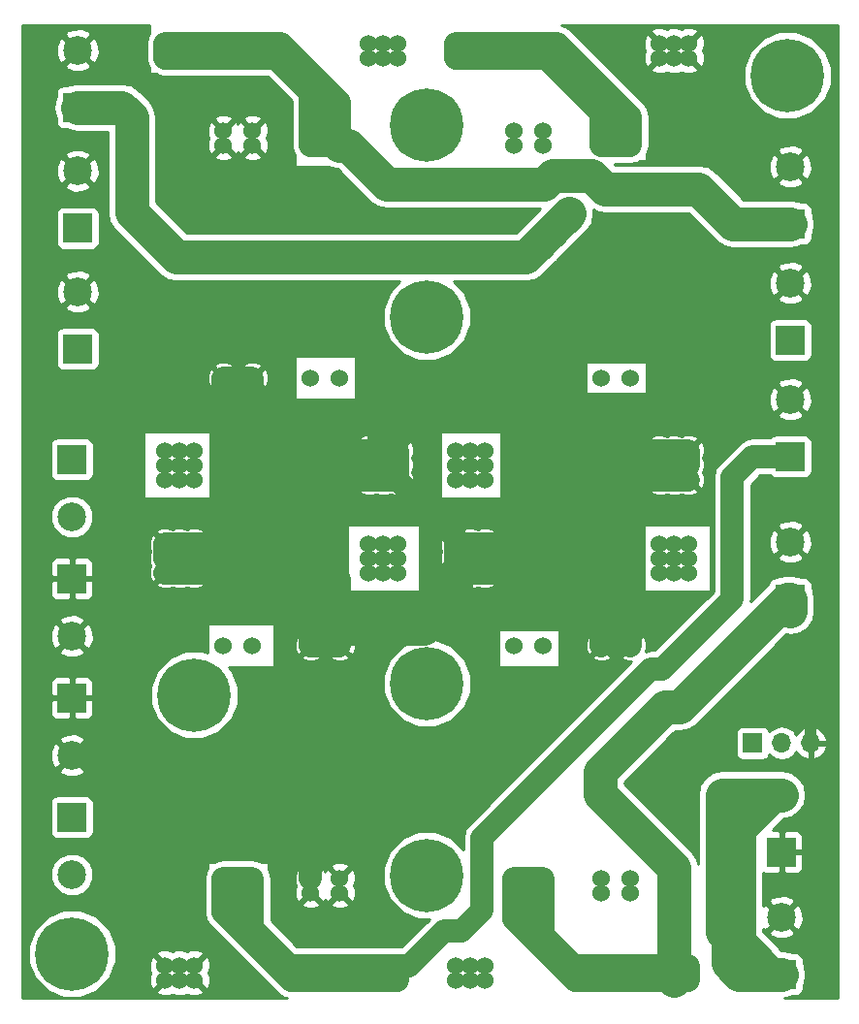
<source format=gbl>
G04 #@! TF.FileFunction,Copper,L2,Bot,Signal*
%FSLAX46Y46*%
G04 Gerber Fmt 4.6, Leading zero omitted, Abs format (unit mm)*
G04 Created by KiCad (PCBNEW 4.0.6+dfsg1-1) date Mon Feb 26 19:52:27 2018*
%MOMM*%
%LPD*%
G01*
G04 APERTURE LIST*
%ADD10C,0.100000*%
%ADD11R,2.500000X2.500000*%
%ADD12C,2.500000*%
%ADD13C,1.524000*%
%ADD14C,6.400000*%
%ADD15C,0.600000*%
%ADD16R,1.700000X1.700000*%
%ADD17O,1.700000X1.700000*%
%ADD18C,1.000000*%
%ADD19C,2.000000*%
%ADD20C,0.250000*%
%ADD21C,3.000000*%
%ADD22C,0.254000*%
G04 APERTURE END LIST*
D10*
D11*
X67127120Y13533120D03*
D12*
X67127120Y18533120D03*
D13*
X32329120Y46045120D03*
X13279120Y46045120D03*
X32329120Y47315120D03*
X32329120Y48585120D03*
X33599120Y46045120D03*
X33599120Y47315120D03*
X33599120Y48585120D03*
X14549120Y46045120D03*
X14549120Y47315120D03*
X14549120Y48585120D03*
X13279120Y48585120D03*
X13279120Y47315120D03*
X32329120Y84145120D03*
X33599120Y82875120D03*
X33599120Y84145120D03*
X31059120Y46045120D03*
X31059120Y47315120D03*
X31059120Y48585120D03*
X15819120Y46045120D03*
X15819120Y48585120D03*
X15819120Y47315120D03*
X31059120Y82875120D03*
X31059120Y84145120D03*
X15819120Y82875120D03*
X32329120Y82875120D03*
X15819120Y84145120D03*
X14549120Y82875120D03*
X13279120Y82875120D03*
X13279120Y84145120D03*
X14549120Y84145120D03*
X28519120Y54935120D03*
X25979120Y54935120D03*
X20899120Y54935120D03*
X18359120Y54935120D03*
X28519120Y75255120D03*
X25979120Y75255120D03*
X20899120Y75255120D03*
X18359120Y75255120D03*
X28519120Y76525120D03*
X25979120Y76525120D03*
X20899120Y76525120D03*
X18359120Y76525120D03*
D11*
X5659120Y68016120D03*
D12*
X5659120Y73016120D03*
D11*
X5659120Y57475120D03*
D12*
X5659120Y62475120D03*
D11*
X5659120Y78557120D03*
D12*
X5659120Y83557120D03*
D11*
X67127120Y2865120D03*
D12*
X67127120Y7865120D03*
D11*
X5151120Y47823120D03*
D12*
X5151120Y42823120D03*
D11*
X5151120Y37409120D03*
D12*
X5151120Y32409120D03*
D11*
X67889120Y68397120D03*
D12*
X67889120Y73397120D03*
D11*
X67889120Y48077120D03*
D12*
X67889120Y53077120D03*
D11*
X67889120Y58237120D03*
D12*
X67889120Y63237120D03*
D11*
X67889120Y35631120D03*
D12*
X67889120Y40631120D03*
D13*
X57729120Y46045120D03*
X38679120Y46045120D03*
X57729120Y47315120D03*
X57729120Y48585120D03*
X58999120Y46045120D03*
X58999120Y47315120D03*
X58999120Y48585120D03*
X39949120Y46045120D03*
X39949120Y47315120D03*
X39949120Y48585120D03*
X38679120Y48585120D03*
X38679120Y47315120D03*
X57729120Y84145120D03*
X58999120Y82875120D03*
X58999120Y84145120D03*
X56459120Y46045120D03*
X56459120Y47315120D03*
X56459120Y48585120D03*
X41219120Y46045120D03*
X41219120Y48585120D03*
X41219120Y47315120D03*
X56459120Y82875120D03*
X56459120Y84145120D03*
X41219120Y82875120D03*
X57729120Y82875120D03*
X41219120Y84145120D03*
X39949120Y82875120D03*
X38679120Y82875120D03*
X38679120Y84145120D03*
X39949120Y84145120D03*
X53919120Y54935120D03*
X51379120Y54935120D03*
X46299120Y54935120D03*
X43759120Y54935120D03*
X53919120Y75255120D03*
X51379120Y75255120D03*
X46299120Y75255120D03*
X43759120Y75255120D03*
X53919120Y76525120D03*
X51379120Y76525120D03*
X46299120Y76525120D03*
X43759120Y76525120D03*
X14549120Y40457120D03*
X33599120Y40457120D03*
X14549120Y39187120D03*
X14549120Y37917120D03*
X13279120Y40457120D03*
X13279120Y39187120D03*
X13279120Y37917120D03*
X32329120Y40457120D03*
X32329120Y39187120D03*
X32329120Y37917120D03*
X33599120Y37917120D03*
X33599120Y39187120D03*
X14549120Y2357120D03*
X13279120Y3627120D03*
X13279120Y2357120D03*
X15819120Y40457120D03*
X15819120Y39187120D03*
X15819120Y37917120D03*
X31059120Y40457120D03*
X31059120Y37917120D03*
X31059120Y39187120D03*
X15819120Y3627120D03*
X15819120Y2357120D03*
X31059120Y3627120D03*
X14549120Y3627120D03*
X31059120Y2357120D03*
X32329120Y3627120D03*
X33599120Y3627120D03*
X33599120Y2357120D03*
X32329120Y2357120D03*
X18359120Y31567120D03*
X20899120Y31567120D03*
X25979120Y31567120D03*
X28519120Y31567120D03*
X18359120Y11247120D03*
X20899120Y11247120D03*
X25979120Y11247120D03*
X28519120Y11247120D03*
X18359120Y9977120D03*
X20899120Y9977120D03*
X25979120Y9977120D03*
X28519120Y9977120D03*
X39949120Y40457120D03*
X58999120Y40457120D03*
X39949120Y39187120D03*
X39949120Y37917120D03*
X38679120Y40457120D03*
X38679120Y39187120D03*
X38679120Y37917120D03*
X57729120Y40457120D03*
X57729120Y39187120D03*
X57729120Y37917120D03*
X58999120Y37917120D03*
X58999120Y39187120D03*
X39949120Y2357120D03*
X38679120Y3627120D03*
X38679120Y2357120D03*
X41219120Y40457120D03*
X41219120Y39187120D03*
X41219120Y37917120D03*
X56459120Y40457120D03*
X56459120Y37917120D03*
X56459120Y39187120D03*
X41219120Y3627120D03*
X41219120Y2357120D03*
X56459120Y3627120D03*
X39949120Y3627120D03*
X56459120Y2357120D03*
X57729120Y3627120D03*
X58999120Y3627120D03*
X58999120Y2357120D03*
X57729120Y2357120D03*
X43759120Y31567120D03*
X46299120Y31567120D03*
X51379120Y31567120D03*
X53919120Y31567120D03*
X43759120Y11247120D03*
X46299120Y11247120D03*
X51379120Y11247120D03*
X53919120Y11247120D03*
X43759120Y9977120D03*
X46299120Y9977120D03*
X51379120Y9977120D03*
X53919120Y9977120D03*
D11*
X5151120Y16581120D03*
D12*
X5151120Y11581120D03*
D11*
X5151120Y26995120D03*
D12*
X5151120Y21995120D03*
D14*
X5151120Y4643120D03*
D15*
X7551120Y4643120D03*
X6848176Y2946064D03*
X5151120Y2243120D03*
X3454064Y2946064D03*
X2751120Y4643120D03*
X3454064Y6340176D03*
X5151120Y7043120D03*
X6848176Y6340176D03*
D14*
X36139120Y77033120D03*
D15*
X38539120Y77033120D03*
X37836176Y75336064D03*
X36139120Y74633120D03*
X34442064Y75336064D03*
X33739120Y77033120D03*
X34442064Y78730176D03*
X36139120Y79433120D03*
X37836176Y78730176D03*
D14*
X36139120Y28265120D03*
D15*
X38539120Y28265120D03*
X37836176Y26568064D03*
X36139120Y25865120D03*
X34442064Y26568064D03*
X33739120Y28265120D03*
X34442064Y29962176D03*
X36139120Y30665120D03*
X37836176Y29962176D03*
D14*
X36139120Y60269120D03*
D15*
X38539120Y60269120D03*
X37836176Y58572064D03*
X36139120Y57869120D03*
X34442064Y58572064D03*
X33739120Y60269120D03*
X34442064Y61966176D03*
X36139120Y62669120D03*
X37836176Y61966176D03*
D14*
X15819120Y27249120D03*
D15*
X18219120Y27249120D03*
X17516176Y25552064D03*
X15819120Y24849120D03*
X14122064Y25552064D03*
X13419120Y27249120D03*
X14122064Y28946176D03*
X15819120Y29649120D03*
X17516176Y28946176D03*
D14*
X36139120Y11501120D03*
D15*
X38539120Y11501120D03*
X37836176Y9804064D03*
X36139120Y9101120D03*
X34442064Y9804064D03*
X33739120Y11501120D03*
X34442064Y13198176D03*
X36139120Y13901120D03*
X37836176Y13198176D03*
D14*
X67635120Y81351120D03*
D15*
X70035120Y81351120D03*
X69332176Y79654064D03*
X67635120Y78951120D03*
X65938064Y79654064D03*
X65235120Y81351120D03*
X65938064Y83048176D03*
X67635120Y83751120D03*
X69332176Y83048176D03*
D16*
X64587120Y23058120D03*
D17*
X67127120Y23058120D03*
X69667120Y23058120D03*
D15*
X58237120Y21473120D03*
X25239120Y25979120D03*
X45943520Y66619120D03*
X47061120Y67736720D03*
X48204120Y68905120D03*
D18*
X51379120Y31567120D02*
X51379120Y36901120D01*
X49855120Y38425120D02*
X41727120Y38425120D01*
X51379120Y36901120D02*
X49855120Y38425120D01*
X41727120Y38425120D02*
X41219120Y37917120D01*
X69667120Y25217120D02*
X69667120Y23058120D01*
X69032120Y25852120D02*
X69667120Y25217120D01*
X62616120Y25852120D02*
X69032120Y25852120D01*
X58237120Y21473120D02*
X62616120Y25852120D01*
D19*
X32329120Y46045120D02*
X31059120Y47315120D01*
X38679120Y40457120D02*
X38679120Y40965120D01*
X38679120Y40965120D02*
X33599120Y46045120D01*
X20899120Y54935120D02*
X20899120Y50617120D01*
X20899120Y50617120D02*
X20899120Y52141120D01*
D20*
X20899120Y52141120D02*
X24455120Y48585120D01*
X24455120Y48585120D02*
X31059120Y48585120D01*
D21*
X46299120Y54935120D02*
X42489120Y54935120D01*
X42235120Y54681120D02*
X42235120Y54935120D01*
X42489120Y54935120D02*
X42235120Y54681120D01*
X32329120Y48585120D02*
X32329120Y49347120D01*
X32329120Y49347120D02*
X37917120Y54935120D01*
X37917120Y54935120D02*
X42235120Y54935120D01*
X42235120Y54935120D02*
X43759120Y54935120D01*
X27249120Y33091120D02*
X35885120Y33091120D01*
X38679120Y35885120D02*
X38679120Y37917120D01*
X35885120Y33091120D02*
X38679120Y35885120D01*
D19*
X25239120Y25979120D02*
X25239120Y25957120D01*
X25979120Y25217120D02*
X25979120Y11247120D01*
X25239120Y25957120D02*
X25979120Y25217120D01*
X21255120Y21995120D02*
X5151120Y21995120D01*
X25239120Y25979120D02*
X21255120Y21995120D01*
X38679120Y39187120D02*
X49093120Y39187120D01*
X52649120Y35631120D02*
X52649120Y31567120D01*
X49093120Y39187120D02*
X52649120Y35631120D01*
X38679120Y37917120D02*
X38679120Y40457120D01*
X51379120Y31567120D02*
X51379120Y34615120D01*
X51379120Y34615120D02*
X48077120Y37917120D01*
X48077120Y37917120D02*
X38679120Y37917120D01*
X53919120Y31567120D02*
X53919120Y36393120D01*
X53919120Y36393120D02*
X49855120Y40457120D01*
X49855120Y40457120D02*
X38679120Y40457120D01*
X13279120Y39187120D02*
X24455120Y39187120D01*
X27249120Y33091120D02*
X26995120Y32837120D01*
X27249120Y36393120D02*
X27249120Y33091120D01*
X24455120Y39187120D02*
X27249120Y36393120D01*
X13279120Y40457120D02*
X13279120Y39187120D01*
X28519120Y31567120D02*
X28519120Y37409120D01*
X25471120Y40457120D02*
X13279120Y40457120D01*
X28519120Y37409120D02*
X25471120Y40457120D01*
X13279120Y37917120D02*
X23439120Y37917120D01*
X25979120Y35377120D02*
X25979120Y31567120D01*
X23439120Y37917120D02*
X25979120Y35377120D01*
X28519120Y31567120D02*
X25979120Y31567120D01*
X45283120Y48839120D02*
X45283120Y53157120D01*
X45283120Y53157120D02*
X45029120Y53411120D01*
X58999120Y47315120D02*
X49093120Y47315120D01*
X49093120Y47315120D02*
X47823120Y48585120D01*
X58999120Y48585120D02*
X58999120Y47315120D01*
X46299120Y54935120D02*
X46299120Y50109120D01*
X46299120Y50109120D02*
X47823120Y48585120D01*
X47823120Y48585120D02*
X58999120Y48585120D01*
X43759120Y54935120D02*
X46299120Y54935120D01*
X58999120Y46045120D02*
X48077120Y46045120D01*
X43759120Y50363120D02*
X43759120Y54935120D01*
X48077120Y46045120D02*
X45283120Y48839120D01*
X45283120Y48839120D02*
X43759120Y50363120D01*
X32329120Y47315120D02*
X22169120Y47315120D01*
X19629120Y51887120D02*
X19629120Y53411120D01*
X22931120Y48585120D02*
X19629120Y51887120D01*
X22931120Y48077120D02*
X22931120Y48585120D01*
X22169120Y47315120D02*
X22931120Y48077120D01*
X32329120Y47315120D02*
X33599120Y47315120D01*
X33599120Y46045120D02*
X31059120Y46045120D01*
X33599120Y48585120D02*
X33599120Y46045120D01*
X24455120Y48585120D02*
X33599120Y48585120D01*
X20899120Y52141120D02*
X24455120Y48585120D01*
X18359120Y54935120D02*
X20899120Y54935120D01*
X31059120Y46045120D02*
X23439120Y46045120D01*
X18359120Y51125120D02*
X18359120Y54935120D01*
X23439120Y46045120D02*
X18359120Y51125120D01*
D21*
X45943520Y66619120D02*
X45930820Y66631820D01*
X45930820Y66631820D02*
X45943520Y66619120D01*
X45943520Y66619120D02*
X45943520Y66644520D01*
X47061120Y67736720D02*
X47048420Y67749420D01*
X47048420Y67749420D02*
X47061120Y67736720D01*
X47061120Y67736720D02*
X47061120Y67762120D01*
X48204120Y68905120D02*
X48585120Y69286120D01*
X5659120Y78557120D02*
X9469120Y78557120D01*
X44775120Y65476120D02*
X45943520Y66644520D01*
X45943520Y66644520D02*
X47061120Y67762120D01*
X47061120Y67762120D02*
X48585120Y69286120D01*
X14295120Y65476120D02*
X44775120Y65476120D01*
X10358120Y69413120D02*
X14295120Y65476120D01*
X10358120Y77668120D02*
X10358120Y69413120D01*
X9469120Y78557120D02*
X10358120Y77668120D01*
X67127120Y2865120D02*
X65603120Y2865120D01*
X65603120Y2865120D02*
X63418720Y2865120D01*
X62453520Y6014720D02*
X62453520Y6624320D01*
X62453520Y3830320D02*
X62453520Y6014720D01*
X63418720Y2865120D02*
X62453520Y3830320D01*
X61923920Y18533120D02*
X61923920Y11522720D01*
X61923920Y11522720D02*
X63367920Y10078720D01*
X67127120Y18533120D02*
X61923920Y18533120D01*
X62047120Y13075920D02*
X63367920Y13075920D01*
X62047120Y18409920D02*
X62047120Y13075920D01*
X61923920Y18533120D02*
X62047120Y18409920D01*
D19*
X63367920Y15209520D02*
X63803520Y15209520D01*
X63803520Y15209520D02*
X67127120Y18533120D01*
D21*
X67127120Y2865120D02*
X66212720Y2865120D01*
X66212720Y2865120D02*
X62453520Y6624320D01*
X62453520Y6624320D02*
X63367920Y5709920D01*
X63367920Y5709920D02*
X63367920Y10078720D01*
X63367920Y10078720D02*
X63367920Y13075920D01*
X63367920Y13075920D02*
X63367920Y15209520D01*
X63367920Y15209520D02*
X63367920Y17139920D01*
X64761120Y18533120D02*
X67127120Y18533120D01*
X63367920Y17139920D02*
X64761120Y18533120D01*
X61920120Y15692120D02*
X63367920Y17139920D01*
X61920120Y6548120D02*
X61920120Y15692120D01*
X65603120Y2865120D02*
X61920120Y6548120D01*
X28519120Y75255120D02*
X29230320Y75255120D01*
X29230320Y75255120D02*
X32633920Y71851520D01*
X62910720Y68397120D02*
X67889120Y68397120D01*
X59862720Y71445120D02*
X62910720Y68397120D01*
X51683920Y71445120D02*
X59862720Y71445120D01*
X50515520Y72613520D02*
X51683920Y71445120D01*
X47111920Y72613520D02*
X50515520Y72613520D01*
X46349920Y71851520D02*
X47111920Y72613520D01*
X32633920Y71851520D02*
X46349920Y71851520D01*
D19*
X25979120Y79573120D02*
X27249120Y78303120D01*
X15819120Y82875120D02*
X22931120Y82875120D01*
X25979120Y79827120D02*
X25979120Y79573120D01*
X25979120Y79573120D02*
X25979120Y76525120D01*
X22931120Y82875120D02*
X25979120Y79827120D01*
X25979120Y76525120D02*
X25979120Y75255120D01*
X25979120Y76525120D02*
X28519120Y76525120D01*
X25979120Y75255120D02*
X28519120Y75255120D01*
X15819120Y84145120D02*
X23439120Y84145120D01*
X28519120Y79065120D02*
X28519120Y75255120D01*
X23439120Y84145120D02*
X28519120Y79065120D01*
X13279120Y84145120D02*
X13279120Y82875120D01*
X13279120Y84145120D02*
X14549120Y84145120D01*
X14549120Y84145120D02*
X15819120Y84145120D01*
X14549120Y82875120D02*
X14549120Y84145120D01*
X15819120Y82875120D02*
X14549120Y82875120D01*
X13279120Y82875120D02*
X14549120Y82875120D01*
X33599120Y3627120D02*
X34615120Y3627120D01*
X34615120Y3627120D02*
X37663120Y6675120D01*
X37663120Y6675120D02*
X39187120Y6675120D01*
X39187120Y6675120D02*
X40965120Y8453120D01*
X40965120Y8453120D02*
X40965120Y14803120D01*
X40965120Y14803120D02*
X55697120Y29535120D01*
X55697120Y29535120D02*
X56713120Y29535120D01*
X56713120Y29535120D02*
X62809120Y35631120D01*
X62809120Y35631120D02*
X62809120Y46299120D01*
X62809120Y46299120D02*
X64587120Y48077120D01*
X64587120Y48077120D02*
X67889120Y48077120D01*
X31059120Y3627120D02*
X24137620Y3627120D01*
X24137620Y3627120D02*
X20899120Y6865620D01*
X18359120Y9977120D02*
X18359120Y9532620D01*
X18359120Y9532620D02*
X19883120Y8008620D01*
X19883120Y8008620D02*
X19883120Y6738620D01*
X20899120Y9977120D02*
X20899120Y6865620D01*
X20899120Y6865620D02*
X20899120Y5722620D01*
X20899120Y5722620D02*
X20772120Y5849620D01*
X20772120Y5849620D02*
X20772120Y5913120D01*
X20772120Y5913120D02*
X20772120Y5849620D01*
X18359120Y9977120D02*
X18359120Y8262620D01*
X18359120Y8262620D02*
X19883120Y6738620D01*
X19883120Y6738620D02*
X20772120Y5849620D01*
X24264620Y2357120D02*
X31059120Y2357120D01*
X20772120Y5849620D02*
X24264620Y2357120D01*
X20899120Y11247120D02*
X18359120Y11247120D01*
X20899120Y9977120D02*
X20899120Y11247120D01*
X18359120Y9977120D02*
X20899120Y9977120D01*
X18359120Y11247120D02*
X18359120Y9977120D01*
X33599120Y2357120D02*
X32329120Y2357120D01*
X33599120Y3627120D02*
X33599120Y2357120D01*
X33599120Y3627120D02*
X32329120Y3627120D01*
X32329120Y3627120D02*
X31059120Y3627120D01*
X32329120Y2357120D02*
X32329120Y3627120D01*
X31059120Y2357120D02*
X32329120Y2357120D01*
X31059120Y3627120D02*
X31059120Y2357120D01*
X52903120Y78811120D02*
X52903120Y77795120D01*
X52903120Y77795120D02*
X51633120Y76525120D01*
X51633120Y76525120D02*
X51379120Y76525120D01*
X38679120Y84145120D02*
X47569120Y84145120D01*
X53919120Y77795120D02*
X53919120Y76525120D01*
X47569120Y84145120D02*
X52903120Y78811120D01*
X52903120Y78811120D02*
X53919120Y77795120D01*
X38679120Y82875120D02*
X38679120Y84145120D01*
X51379120Y76525120D02*
X51379120Y78049120D01*
X46553120Y82875120D02*
X38679120Y82875120D01*
X51379120Y78049120D02*
X46553120Y82875120D01*
X51379120Y75255120D02*
X51379120Y76525120D01*
X53919120Y75255120D02*
X51379120Y75255120D01*
X53919120Y76525120D02*
X53919120Y75255120D01*
X51379120Y76525120D02*
X53919120Y76525120D01*
D21*
X57729120Y2357120D02*
X57729120Y12136120D01*
X58237120Y26233120D02*
X67635120Y35631120D01*
X56967120Y26233120D02*
X58237120Y26233120D01*
X51252120Y20518120D02*
X56967120Y26233120D01*
X51252120Y18613120D02*
X51252120Y20518120D01*
X57729120Y12136120D02*
X51252120Y18613120D01*
X67635120Y35631120D02*
X67889120Y35631120D01*
X67889120Y34615120D02*
X67889120Y35631120D01*
D19*
X56459120Y3627120D02*
X48775620Y3627120D01*
X47061120Y5341620D02*
X47061120Y4389120D01*
X48775620Y3627120D02*
X47061120Y5341620D01*
X43759120Y11247120D02*
X43759120Y9215120D01*
X43759120Y9215120D02*
X44965620Y8008620D01*
X43759120Y9977120D02*
X43759120Y7691120D01*
X43759120Y7691120D02*
X47061120Y4389120D01*
X49093120Y2357120D02*
X50236120Y2357120D01*
X47061120Y4389120D02*
X49093120Y2357120D01*
X46299120Y9977120D02*
X46299120Y6294120D01*
X46299120Y6294120D02*
X50236120Y2357120D01*
X50236120Y2357120D02*
X56459120Y2357120D01*
X56459120Y2357120D02*
X57729120Y2357120D01*
X56459120Y3627120D02*
X56459120Y2357120D01*
X57729120Y2357120D02*
X57729120Y3627120D01*
X58999120Y2357120D02*
X57729120Y2357120D01*
X58999120Y3627120D02*
X58999120Y2357120D01*
X57729120Y3627120D02*
X58999120Y3627120D01*
X56459120Y3627120D02*
X57729120Y3627120D01*
X43759120Y11247120D02*
X43759120Y9977120D01*
X46299120Y11247120D02*
X43759120Y11247120D01*
X46299120Y9977120D02*
X46299120Y11247120D01*
X43759120Y9977120D02*
X46299120Y9977120D01*
D22*
G36*
X11892126Y85718530D02*
X11882120Y85669120D01*
X11882120Y84940737D01*
X11768577Y84770807D01*
X11644120Y84145120D01*
X11644120Y82875120D01*
X11768577Y82249433D01*
X11882120Y82079503D01*
X11882120Y81605120D01*
X11890805Y81558961D01*
X11918085Y81516567D01*
X11959710Y81488126D01*
X12009120Y81478120D01*
X12483503Y81478120D01*
X12653433Y81364577D01*
X13279120Y81240120D01*
X22253880Y81240120D01*
X24344120Y79149880D01*
X24344120Y75255120D01*
X24468577Y74629433D01*
X24582120Y74459503D01*
X24582120Y73477120D01*
X24590805Y73430961D01*
X24618085Y73388567D01*
X24659710Y73360126D01*
X24709120Y73350120D01*
X27601096Y73350120D01*
X27702091Y73282637D01*
X28302981Y73163113D01*
X31124247Y70341847D01*
X31816890Y69879037D01*
X32633920Y69716520D01*
X45996174Y69716520D01*
X43890774Y67611120D01*
X15179466Y67611120D01*
X12493120Y70297466D01*
X12493120Y74274907D01*
X17558512Y74274907D01*
X17627977Y74032723D01*
X18151422Y73845976D01*
X18706488Y73873758D01*
X19090263Y74032723D01*
X19159728Y74274907D01*
X20098512Y74274907D01*
X20167977Y74032723D01*
X20691422Y73845976D01*
X21246488Y73873758D01*
X21630263Y74032723D01*
X21699728Y74274907D01*
X20899120Y75075515D01*
X20098512Y74274907D01*
X19159728Y74274907D01*
X18359120Y75075515D01*
X17558512Y74274907D01*
X12493120Y74274907D01*
X12493120Y76732818D01*
X16949976Y76732818D01*
X16977758Y76177752D01*
X17099867Y75882956D01*
X16949976Y75462818D01*
X16977758Y74907752D01*
X17136723Y74523977D01*
X17378907Y74454512D01*
X18069572Y75145177D01*
X18151422Y75115976D01*
X18652775Y75141070D01*
X19339333Y74454512D01*
X19581517Y74523977D01*
X19625573Y74647464D01*
X19676723Y74523977D01*
X19918907Y74454512D01*
X20609572Y75145177D01*
X20691422Y75115976D01*
X21192775Y75141070D01*
X21879333Y74454512D01*
X22121517Y74523977D01*
X22308264Y75047422D01*
X22280482Y75602488D01*
X22158373Y75897284D01*
X22308264Y76317422D01*
X22280482Y76872488D01*
X22121517Y77256263D01*
X21879333Y77325728D01*
X21188668Y76635063D01*
X21106818Y76664264D01*
X20605465Y76639170D01*
X19918907Y77325728D01*
X19676723Y77256263D01*
X19632667Y77132776D01*
X19581517Y77256263D01*
X19339333Y77325728D01*
X18648668Y76635063D01*
X18566818Y76664264D01*
X18065465Y76639170D01*
X17378907Y77325728D01*
X17136723Y77256263D01*
X16949976Y76732818D01*
X12493120Y76732818D01*
X12493120Y77505333D01*
X17558512Y77505333D01*
X18359120Y76704725D01*
X19159728Y77505333D01*
X20098512Y77505333D01*
X20899120Y76704725D01*
X21699728Y77505333D01*
X21630263Y77747517D01*
X21106818Y77934264D01*
X20551752Y77906482D01*
X20167977Y77747517D01*
X20098512Y77505333D01*
X19159728Y77505333D01*
X19090263Y77747517D01*
X18566818Y77934264D01*
X18011752Y77906482D01*
X17627977Y77747517D01*
X17558512Y77505333D01*
X12493120Y77505333D01*
X12493120Y77668120D01*
X12330603Y78485149D01*
X11867793Y79177793D01*
X10978793Y80066793D01*
X10286149Y80529603D01*
X9469120Y80692120D01*
X5659120Y80692120D01*
X4842091Y80529603D01*
X4729781Y80454560D01*
X4409120Y80454560D01*
X4173803Y80410282D01*
X3957679Y80271210D01*
X3812689Y80059010D01*
X3761680Y79807120D01*
X3761680Y79486459D01*
X3686637Y79374149D01*
X3524120Y78557120D01*
X3686637Y77740091D01*
X3761680Y77627781D01*
X3761680Y77307120D01*
X3805958Y77071803D01*
X3945030Y76855679D01*
X4157230Y76710689D01*
X4409120Y76659680D01*
X4729781Y76659680D01*
X4842091Y76584637D01*
X5659120Y76422120D01*
X8223120Y76422120D01*
X8223120Y69413120D01*
X8385637Y68596091D01*
X8848447Y67903447D01*
X12785447Y63966447D01*
X13478091Y63503637D01*
X14295120Y63341120D01*
X33788239Y63341120D01*
X32889861Y62444309D01*
X32304787Y61035295D01*
X32303456Y59509638D01*
X32886070Y58099605D01*
X33963931Y57019861D01*
X35372945Y56434787D01*
X36898602Y56433456D01*
X38308635Y57016070D01*
X39388379Y58093931D01*
X39966881Y59487120D01*
X65991680Y59487120D01*
X65991680Y56987120D01*
X66035958Y56751803D01*
X66175030Y56535679D01*
X66387230Y56390689D01*
X66639120Y56339680D01*
X69139120Y56339680D01*
X69374437Y56383958D01*
X69590561Y56523030D01*
X69735551Y56735230D01*
X69786560Y56987120D01*
X69786560Y59487120D01*
X69742282Y59722437D01*
X69603210Y59938561D01*
X69391010Y60083551D01*
X69139120Y60134560D01*
X66639120Y60134560D01*
X66403803Y60090282D01*
X66187679Y59951210D01*
X66042689Y59739010D01*
X65991680Y59487120D01*
X39966881Y59487120D01*
X39973453Y59502945D01*
X39974784Y61028602D01*
X39613160Y61903800D01*
X66735405Y61903800D01*
X66864653Y61610997D01*
X67564926Y61342732D01*
X68314555Y61362870D01*
X68913587Y61610997D01*
X69042835Y61903800D01*
X67889120Y63057515D01*
X66735405Y61903800D01*
X39613160Y61903800D01*
X39392170Y62438635D01*
X38491259Y63341120D01*
X44775120Y63341120D01*
X45592149Y63503637D01*
X45678468Y63561314D01*
X65994732Y63561314D01*
X66014870Y62811685D01*
X66262997Y62212653D01*
X66555800Y62083405D01*
X67709515Y63237120D01*
X68068725Y63237120D01*
X69222440Y62083405D01*
X69515243Y62212653D01*
X69783508Y62912926D01*
X69763370Y63662555D01*
X69515243Y64261587D01*
X69222440Y64390835D01*
X68068725Y63237120D01*
X67709515Y63237120D01*
X66555800Y64390835D01*
X66262997Y64261587D01*
X65994732Y63561314D01*
X45678468Y63561314D01*
X46284793Y63966447D01*
X46888786Y64570440D01*
X66735405Y64570440D01*
X67889120Y63416725D01*
X69042835Y64570440D01*
X68913587Y64863243D01*
X68213314Y65131508D01*
X67463685Y65111370D01*
X66864653Y64863243D01*
X66735405Y64570440D01*
X46888786Y64570440D01*
X47376646Y65058300D01*
X47453193Y65109447D01*
X47504340Y65185994D01*
X48494246Y66175900D01*
X48570793Y66227047D01*
X48621940Y66303594D01*
X50094793Y67776447D01*
X50557603Y68469090D01*
X50720120Y69286120D01*
X50654835Y69614328D01*
X50866891Y69472637D01*
X51683920Y69310120D01*
X58978374Y69310120D01*
X61401047Y66887447D01*
X62093691Y66424637D01*
X62910720Y66262120D01*
X67889120Y66262120D01*
X68706149Y66424637D01*
X68818459Y66499680D01*
X69139120Y66499680D01*
X69374437Y66543958D01*
X69590561Y66683030D01*
X69735551Y66895230D01*
X69786560Y67147120D01*
X69786560Y67467781D01*
X69861603Y67580091D01*
X70024120Y68397120D01*
X69861603Y69214149D01*
X69786560Y69326459D01*
X69786560Y69647120D01*
X69742282Y69882437D01*
X69603210Y70098561D01*
X69391010Y70243551D01*
X69139120Y70294560D01*
X68818459Y70294560D01*
X68706149Y70369603D01*
X67889120Y70532120D01*
X63795066Y70532120D01*
X62263386Y72063800D01*
X66735405Y72063800D01*
X66864653Y71770997D01*
X67564926Y71502732D01*
X68314555Y71522870D01*
X68913587Y71770997D01*
X69042835Y72063800D01*
X67889120Y73217515D01*
X66735405Y72063800D01*
X62263386Y72063800D01*
X61372393Y72954793D01*
X60679749Y73417603D01*
X59862720Y73580120D01*
X52568266Y73580120D01*
X52528266Y73620120D01*
X53919120Y73620120D01*
X54427856Y73721314D01*
X65994732Y73721314D01*
X66014870Y72971685D01*
X66262997Y72372653D01*
X66555800Y72243405D01*
X67709515Y73397120D01*
X68068725Y73397120D01*
X69222440Y72243405D01*
X69515243Y72372653D01*
X69783508Y73072926D01*
X69763370Y73822555D01*
X69515243Y74421587D01*
X69222440Y74550835D01*
X68068725Y73397120D01*
X67709515Y73397120D01*
X66555800Y74550835D01*
X66262997Y74421587D01*
X65994732Y73721314D01*
X54427856Y73721314D01*
X54544807Y73744577D01*
X54714737Y73858120D01*
X55189120Y73858120D01*
X55235279Y73866805D01*
X55277673Y73894085D01*
X55306114Y73935710D01*
X55316120Y73985120D01*
X55316120Y74459503D01*
X55429663Y74629433D01*
X55449754Y74730440D01*
X66735405Y74730440D01*
X67889120Y73576725D01*
X69042835Y74730440D01*
X68913587Y75023243D01*
X68213314Y75291508D01*
X67463685Y75271370D01*
X66864653Y75023243D01*
X66735405Y74730440D01*
X55449754Y74730440D01*
X55554120Y75255120D01*
X55554120Y77795115D01*
X55554121Y77795120D01*
X55429663Y78420808D01*
X55075240Y78951240D01*
X54059240Y79967240D01*
X54059237Y79967242D01*
X53434842Y80591638D01*
X63799456Y80591638D01*
X64382070Y79181605D01*
X65459931Y78101861D01*
X66868945Y77516787D01*
X68394602Y77515456D01*
X69804635Y78098070D01*
X70884379Y79175931D01*
X71469453Y80584945D01*
X71470784Y82110602D01*
X70888170Y83520635D01*
X69810309Y84600379D01*
X68401295Y85185453D01*
X66875638Y85186784D01*
X65465605Y84604170D01*
X64385861Y83526309D01*
X63800787Y82117295D01*
X63799456Y80591638D01*
X53434842Y80591638D01*
X49673662Y84352818D01*
X55049976Y84352818D01*
X55077758Y83797752D01*
X55199867Y83502956D01*
X55049976Y83082818D01*
X55077758Y82527752D01*
X55236723Y82143977D01*
X55478907Y82074512D01*
X56169572Y82765177D01*
X56251422Y82735976D01*
X56337121Y82740265D01*
X56345070Y82581465D01*
X55658512Y81894907D01*
X55727977Y81652723D01*
X56251422Y81465976D01*
X56806488Y81493758D01*
X57101284Y81615867D01*
X57521422Y81465976D01*
X58076488Y81493758D01*
X58371284Y81615867D01*
X58791422Y81465976D01*
X59346488Y81493758D01*
X59730263Y81652723D01*
X59799728Y81894907D01*
X59109063Y82585572D01*
X59138264Y82667422D01*
X59133975Y82753121D01*
X59292775Y82761070D01*
X59979333Y82074512D01*
X60221517Y82143977D01*
X60408264Y82667422D01*
X60380482Y83222488D01*
X60258373Y83517284D01*
X60408264Y83937422D01*
X60380482Y84492488D01*
X60221517Y84876263D01*
X59979333Y84945728D01*
X59288668Y84255063D01*
X59206818Y84284264D01*
X59121119Y84279975D01*
X59113170Y84438775D01*
X59799728Y85125333D01*
X59730263Y85367517D01*
X59206818Y85554264D01*
X58651752Y85526482D01*
X58356956Y85404373D01*
X57936818Y85554264D01*
X57381752Y85526482D01*
X57086956Y85404373D01*
X56666818Y85554264D01*
X56111752Y85526482D01*
X55727977Y85367517D01*
X55658512Y85125333D01*
X56349177Y84434668D01*
X56319976Y84352818D01*
X56324265Y84267119D01*
X56165465Y84259170D01*
X55478907Y84945728D01*
X55236723Y84876263D01*
X55049976Y84352818D01*
X49673662Y84352818D01*
X48725240Y85301240D01*
X48194808Y85655663D01*
X47865736Y85721120D01*
X72005120Y85721120D01*
X72005120Y781120D01*
X67383515Y781120D01*
X67944149Y892637D01*
X68056459Y967680D01*
X68377120Y967680D01*
X68612437Y1011958D01*
X68828561Y1151030D01*
X68973551Y1363230D01*
X69024560Y1615120D01*
X69024560Y1935781D01*
X69099603Y2048091D01*
X69262120Y2865120D01*
X69099603Y3682149D01*
X69024560Y3794459D01*
X69024560Y4115120D01*
X68980282Y4350437D01*
X68841210Y4566561D01*
X68629010Y4711551D01*
X68377120Y4762560D01*
X68056459Y4762560D01*
X67944149Y4837603D01*
X67127120Y5000120D01*
X67097066Y5000120D01*
X65565386Y6531800D01*
X65973405Y6531800D01*
X66102653Y6238997D01*
X66802926Y5970732D01*
X67552555Y5990870D01*
X68151587Y6238997D01*
X68280835Y6531800D01*
X67127120Y7685515D01*
X65973405Y6531800D01*
X65565386Y6531800D01*
X65502920Y6594266D01*
X65502920Y6839804D01*
X65793800Y6711405D01*
X66947515Y7865120D01*
X67306725Y7865120D01*
X68460440Y6711405D01*
X68753243Y6840653D01*
X69021508Y7540926D01*
X69001370Y8290555D01*
X68753243Y8889587D01*
X68460440Y9018835D01*
X67306725Y7865120D01*
X66947515Y7865120D01*
X65793800Y9018835D01*
X65502920Y8890436D01*
X65502920Y9198440D01*
X65973405Y9198440D01*
X67127120Y8044725D01*
X68280835Y9198440D01*
X68151587Y9491243D01*
X67451314Y9759508D01*
X66701685Y9739370D01*
X66102653Y9491243D01*
X65973405Y9198440D01*
X65502920Y9198440D01*
X65502920Y11759294D01*
X65517421Y11744793D01*
X65750810Y11648120D01*
X66841370Y11648120D01*
X67000120Y11806870D01*
X67000120Y13406120D01*
X67254120Y13406120D01*
X67254120Y11806870D01*
X67412870Y11648120D01*
X68503430Y11648120D01*
X68736819Y11744793D01*
X68915447Y11923422D01*
X69012120Y12156811D01*
X69012120Y13247370D01*
X68853370Y13406120D01*
X67254120Y13406120D01*
X67000120Y13406120D01*
X66980120Y13406120D01*
X66980120Y13660120D01*
X67000120Y13660120D01*
X67000120Y15259370D01*
X67254120Y15259370D01*
X67254120Y13660120D01*
X68853370Y13660120D01*
X69012120Y13818870D01*
X69012120Y14909429D01*
X68915447Y15142818D01*
X68736819Y15321447D01*
X68503430Y15418120D01*
X67412870Y15418120D01*
X67254120Y15259370D01*
X67000120Y15259370D01*
X66841370Y15418120D01*
X66324360Y15418120D01*
X67348368Y16442129D01*
X67944149Y16560637D01*
X68636793Y17023447D01*
X69099603Y17716091D01*
X69262120Y18533120D01*
X69099603Y19350149D01*
X68636793Y20042793D01*
X67944149Y20505603D01*
X67127120Y20668120D01*
X61923920Y20668120D01*
X61106891Y20505603D01*
X60414247Y20042793D01*
X59951437Y19350149D01*
X59788920Y18533120D01*
X59788920Y15711224D01*
X59785120Y15692120D01*
X59785120Y12533281D01*
X59701603Y12953150D01*
X59238793Y13645793D01*
X53387120Y19497466D01*
X53387120Y19633774D01*
X57661466Y23908120D01*
X63089680Y23908120D01*
X63089680Y22208120D01*
X63133958Y21972803D01*
X63273030Y21756679D01*
X63485230Y21611689D01*
X63737120Y21560680D01*
X65437120Y21560680D01*
X65672437Y21604958D01*
X65888561Y21744030D01*
X66033551Y21956230D01*
X66047206Y22023661D01*
X66077066Y21978973D01*
X66558835Y21657066D01*
X67127120Y21544027D01*
X67695405Y21657066D01*
X68177174Y21978973D01*
X68404822Y22319673D01*
X68471937Y22176762D01*
X68900196Y21786475D01*
X69310230Y21616644D01*
X69540120Y21737965D01*
X69540120Y22931120D01*
X69794120Y22931120D01*
X69794120Y21737965D01*
X70024010Y21616644D01*
X70434044Y21786475D01*
X70862303Y22176762D01*
X71108606Y22701228D01*
X70987939Y22931120D01*
X69794120Y22931120D01*
X69540120Y22931120D01*
X69520120Y22931120D01*
X69520120Y23185120D01*
X69540120Y23185120D01*
X69540120Y24378275D01*
X69794120Y24378275D01*
X69794120Y23185120D01*
X70987939Y23185120D01*
X71108606Y23415012D01*
X70862303Y23939478D01*
X70434044Y24329765D01*
X70024010Y24499596D01*
X69794120Y24378275D01*
X69540120Y24378275D01*
X69310230Y24499596D01*
X68900196Y24329765D01*
X68471937Y23939478D01*
X68404822Y23796567D01*
X68177174Y24137267D01*
X67695405Y24459174D01*
X67127120Y24572213D01*
X66558835Y24459174D01*
X66077066Y24137267D01*
X66049270Y24095668D01*
X66040282Y24143437D01*
X65901210Y24359561D01*
X65689010Y24504551D01*
X65437120Y24555560D01*
X63737120Y24555560D01*
X63501803Y24511282D01*
X63285679Y24372210D01*
X63140689Y24160010D01*
X63089680Y23908120D01*
X57661466Y23908120D01*
X57851466Y24098120D01*
X58237120Y24098120D01*
X59054149Y24260637D01*
X59746793Y24723447D01*
X67567450Y32544104D01*
X67889120Y32480120D01*
X68706149Y32642637D01*
X69398793Y33105447D01*
X69861603Y33798091D01*
X70024120Y34615120D01*
X70024120Y35631120D01*
X69861603Y36448149D01*
X69786560Y36560459D01*
X69786560Y36881120D01*
X69742282Y37116437D01*
X69603210Y37332561D01*
X69391010Y37477551D01*
X69139120Y37528560D01*
X68818459Y37528560D01*
X68706149Y37603603D01*
X67889120Y37766120D01*
X67635120Y37766120D01*
X66818091Y37603603D01*
X66705781Y37528560D01*
X66639120Y37528560D01*
X66403803Y37484282D01*
X66187679Y37345210D01*
X66042689Y37133010D01*
X66023651Y37038997D01*
X64401499Y35416845D01*
X64444121Y35631120D01*
X64444120Y35631125D01*
X64444120Y39297800D01*
X66735405Y39297800D01*
X66864653Y39004997D01*
X67564926Y38736732D01*
X68314555Y38756870D01*
X68913587Y39004997D01*
X69042835Y39297800D01*
X67889120Y40451515D01*
X66735405Y39297800D01*
X64444120Y39297800D01*
X64444120Y40955314D01*
X65994732Y40955314D01*
X66014870Y40205685D01*
X66262997Y39606653D01*
X66555800Y39477405D01*
X67709515Y40631120D01*
X68068725Y40631120D01*
X69222440Y39477405D01*
X69515243Y39606653D01*
X69783508Y40306926D01*
X69763370Y41056555D01*
X69515243Y41655587D01*
X69222440Y41784835D01*
X68068725Y40631120D01*
X67709515Y40631120D01*
X66555800Y41784835D01*
X66262997Y41655587D01*
X65994732Y40955314D01*
X64444120Y40955314D01*
X64444120Y41964440D01*
X66735405Y41964440D01*
X67889120Y40810725D01*
X69042835Y41964440D01*
X68913587Y42257243D01*
X68213314Y42525508D01*
X67463685Y42505370D01*
X66864653Y42257243D01*
X66735405Y41964440D01*
X64444120Y41964440D01*
X64444120Y45621880D01*
X65264359Y46442120D01*
X66132276Y46442120D01*
X66175030Y46375679D01*
X66387230Y46230689D01*
X66639120Y46179680D01*
X69139120Y46179680D01*
X69374437Y46223958D01*
X69590561Y46363030D01*
X69735551Y46575230D01*
X69786560Y46827120D01*
X69786560Y49327120D01*
X69742282Y49562437D01*
X69603210Y49778561D01*
X69391010Y49923551D01*
X69139120Y49974560D01*
X66639120Y49974560D01*
X66403803Y49930282D01*
X66187679Y49791210D01*
X66133639Y49712120D01*
X64587125Y49712120D01*
X64587120Y49712121D01*
X63961433Y49587663D01*
X63431000Y49233240D01*
X63430998Y49233237D01*
X61653000Y47455240D01*
X61298577Y46924808D01*
X61174119Y46299120D01*
X61174120Y46299115D01*
X61174120Y36308359D01*
X56035880Y31170120D01*
X55697120Y31170120D01*
X55227393Y31076686D01*
X55328264Y31359422D01*
X55300482Y31914488D01*
X55141517Y32298263D01*
X54899333Y32367728D01*
X54098725Y31567120D01*
X54112868Y31552977D01*
X53933263Y31373372D01*
X53919120Y31387515D01*
X53118512Y30586907D01*
X53187977Y30344723D01*
X53711422Y30157976D01*
X54023349Y30173589D01*
X39809000Y15959240D01*
X39454577Y15428808D01*
X39330119Y14803120D01*
X39330120Y14803115D01*
X39330120Y13732793D01*
X38314309Y14750379D01*
X36905295Y15335453D01*
X35379638Y15336784D01*
X33969605Y14754170D01*
X32889861Y13676309D01*
X32304787Y12267295D01*
X32303456Y10741638D01*
X32886070Y9331605D01*
X33963931Y8251861D01*
X35372945Y7666787D01*
X36341702Y7665942D01*
X33937880Y5262120D01*
X24814859Y5262120D01*
X22534120Y7542860D01*
X22534120Y8996907D01*
X25178512Y8996907D01*
X25247977Y8754723D01*
X25771422Y8567976D01*
X26326488Y8595758D01*
X26710263Y8754723D01*
X26779728Y8996907D01*
X27718512Y8996907D01*
X27787977Y8754723D01*
X28311422Y8567976D01*
X28866488Y8595758D01*
X29250263Y8754723D01*
X29319728Y8996907D01*
X28519120Y9797515D01*
X27718512Y8996907D01*
X26779728Y8996907D01*
X25979120Y9797515D01*
X25178512Y8996907D01*
X22534120Y8996907D01*
X22534120Y11247120D01*
X22492807Y11454818D01*
X24569976Y11454818D01*
X24597758Y10899752D01*
X24719867Y10604956D01*
X24569976Y10184818D01*
X24597758Y9629752D01*
X24756723Y9245977D01*
X24998907Y9176512D01*
X25689572Y9867177D01*
X25771422Y9837976D01*
X26272775Y9863070D01*
X26959333Y9176512D01*
X27201517Y9245977D01*
X27245573Y9369464D01*
X27296723Y9245977D01*
X27538907Y9176512D01*
X28229572Y9867177D01*
X28311422Y9837976D01*
X28812775Y9863070D01*
X29499333Y9176512D01*
X29741517Y9245977D01*
X29928264Y9769422D01*
X29900482Y10324488D01*
X29778373Y10619284D01*
X29928264Y11039422D01*
X29900482Y11594488D01*
X29741517Y11978263D01*
X29499333Y12047728D01*
X28808668Y11357063D01*
X28726818Y11386264D01*
X28225465Y11361170D01*
X27538907Y12047728D01*
X27296723Y11978263D01*
X27252667Y11854776D01*
X27201517Y11978263D01*
X26959333Y12047728D01*
X26268668Y11357063D01*
X26186818Y11386264D01*
X25685465Y11361170D01*
X24998907Y12047728D01*
X24756723Y11978263D01*
X24569976Y11454818D01*
X22492807Y11454818D01*
X22409663Y11872807D01*
X22296120Y12042737D01*
X22296120Y12227333D01*
X25178512Y12227333D01*
X25979120Y11426725D01*
X26779728Y12227333D01*
X27718512Y12227333D01*
X28519120Y11426725D01*
X29319728Y12227333D01*
X29250263Y12469517D01*
X28726818Y12656264D01*
X28171752Y12628482D01*
X27787977Y12469517D01*
X27718512Y12227333D01*
X26779728Y12227333D01*
X26710263Y12469517D01*
X26186818Y12656264D01*
X25631752Y12628482D01*
X25247977Y12469517D01*
X25178512Y12227333D01*
X22296120Y12227333D01*
X22296120Y12517120D01*
X22287435Y12563279D01*
X22260155Y12605673D01*
X22218530Y12634114D01*
X22169120Y12644120D01*
X21694737Y12644120D01*
X21524807Y12757663D01*
X20899120Y12882120D01*
X18359120Y12882120D01*
X17733433Y12757663D01*
X17563503Y12644120D01*
X17089120Y12644120D01*
X17042961Y12635435D01*
X17000567Y12608155D01*
X16972126Y12566530D01*
X16962120Y12517120D01*
X16962120Y12042737D01*
X16848577Y11872807D01*
X16724120Y11247120D01*
X16724120Y9532625D01*
X16724119Y9532620D01*
X16724120Y9532615D01*
X16724120Y8262625D01*
X16724119Y8262620D01*
X16848577Y7636932D01*
X17203000Y7106500D01*
X18726998Y5582503D01*
X18727000Y5582500D01*
X19615998Y4693503D01*
X19616000Y4693500D01*
X23108498Y1201003D01*
X23108500Y1201000D01*
X23183286Y1151030D01*
X23638932Y846577D01*
X23968004Y781120D01*
X781120Y781120D01*
X781120Y3883638D01*
X1315456Y3883638D01*
X1898070Y2473605D01*
X2975931Y1393861D01*
X4384945Y808787D01*
X5910602Y807456D01*
X7320635Y1390070D01*
X8400379Y2467931D01*
X8967960Y3834818D01*
X11869976Y3834818D01*
X11897758Y3279752D01*
X12019867Y2984956D01*
X11869976Y2564818D01*
X11897758Y2009752D01*
X12056723Y1625977D01*
X12298907Y1556512D01*
X12989572Y2247177D01*
X13071422Y2217976D01*
X13157121Y2222265D01*
X13165070Y2063465D01*
X12478512Y1376907D01*
X12547977Y1134723D01*
X13071422Y947976D01*
X13626488Y975758D01*
X13921284Y1097867D01*
X14341422Y947976D01*
X14896488Y975758D01*
X15191284Y1097867D01*
X15611422Y947976D01*
X16166488Y975758D01*
X16550263Y1134723D01*
X16619728Y1376907D01*
X15929063Y2067572D01*
X15958264Y2149422D01*
X15953975Y2235121D01*
X16112775Y2243070D01*
X16799333Y1556512D01*
X17041517Y1625977D01*
X17228264Y2149422D01*
X17200482Y2704488D01*
X17078373Y2999284D01*
X17228264Y3419422D01*
X17200482Y3974488D01*
X17041517Y4358263D01*
X16799333Y4427728D01*
X16108668Y3737063D01*
X16026818Y3766264D01*
X15941119Y3761975D01*
X15933170Y3920775D01*
X16619728Y4607333D01*
X16550263Y4849517D01*
X16026818Y5036264D01*
X15471752Y5008482D01*
X15176956Y4886373D01*
X14756818Y5036264D01*
X14201752Y5008482D01*
X13906956Y4886373D01*
X13486818Y5036264D01*
X12931752Y5008482D01*
X12547977Y4849517D01*
X12478512Y4607333D01*
X13169177Y3916668D01*
X13139976Y3834818D01*
X13144265Y3749119D01*
X12985465Y3741170D01*
X12298907Y4427728D01*
X12056723Y4358263D01*
X11869976Y3834818D01*
X8967960Y3834818D01*
X8985453Y3876945D01*
X8986784Y5402602D01*
X8404170Y6812635D01*
X7326309Y7892379D01*
X5917295Y8477453D01*
X4391638Y8478784D01*
X2981605Y7896170D01*
X1901861Y6818309D01*
X1316787Y5409295D01*
X1315456Y3883638D01*
X781120Y3883638D01*
X781120Y11207815D01*
X3265794Y11207815D01*
X3552163Y10514748D01*
X4081959Y9984027D01*
X4774525Y9696448D01*
X5524425Y9695794D01*
X6217492Y9982163D01*
X6748213Y10511959D01*
X7035792Y11204525D01*
X7036446Y11954425D01*
X6750077Y12647492D01*
X6220281Y13178213D01*
X5527715Y13465792D01*
X4777815Y13466446D01*
X4084748Y13180077D01*
X3554027Y12650281D01*
X3266448Y11957715D01*
X3265794Y11207815D01*
X781120Y11207815D01*
X781120Y17831120D01*
X3253680Y17831120D01*
X3253680Y15331120D01*
X3297958Y15095803D01*
X3437030Y14879679D01*
X3649230Y14734689D01*
X3901120Y14683680D01*
X6401120Y14683680D01*
X6636437Y14727958D01*
X6852561Y14867030D01*
X6997551Y15079230D01*
X7048560Y15331120D01*
X7048560Y17831120D01*
X7004282Y18066437D01*
X6865210Y18282561D01*
X6653010Y18427551D01*
X6401120Y18478560D01*
X3901120Y18478560D01*
X3665803Y18434282D01*
X3449679Y18295210D01*
X3304689Y18083010D01*
X3253680Y17831120D01*
X781120Y17831120D01*
X781120Y20661800D01*
X3997405Y20661800D01*
X4126653Y20368997D01*
X4826926Y20100732D01*
X5576555Y20120870D01*
X6175587Y20368997D01*
X6304835Y20661800D01*
X5151120Y21815515D01*
X3997405Y20661800D01*
X781120Y20661800D01*
X781120Y22319314D01*
X3256732Y22319314D01*
X3276870Y21569685D01*
X3524997Y20970653D01*
X3817800Y20841405D01*
X4971515Y21995120D01*
X5330725Y21995120D01*
X6484440Y20841405D01*
X6777243Y20970653D01*
X7045508Y21670926D01*
X7025370Y22420555D01*
X6777243Y23019587D01*
X6484440Y23148835D01*
X5330725Y21995120D01*
X4971515Y21995120D01*
X3817800Y23148835D01*
X3524997Y23019587D01*
X3256732Y22319314D01*
X781120Y22319314D01*
X781120Y23328440D01*
X3997405Y23328440D01*
X5151120Y22174725D01*
X6304835Y23328440D01*
X6175587Y23621243D01*
X5475314Y23889508D01*
X4725685Y23869370D01*
X4126653Y23621243D01*
X3997405Y23328440D01*
X781120Y23328440D01*
X781120Y26709370D01*
X3266120Y26709370D01*
X3266120Y25618811D01*
X3362793Y25385422D01*
X3541421Y25206793D01*
X3774810Y25110120D01*
X4865370Y25110120D01*
X5024120Y25268870D01*
X5024120Y26868120D01*
X5278120Y26868120D01*
X5278120Y25268870D01*
X5436870Y25110120D01*
X6527430Y25110120D01*
X6760819Y25206793D01*
X6939447Y25385422D01*
X7036120Y25618811D01*
X7036120Y26489638D01*
X11983456Y26489638D01*
X12566070Y25079605D01*
X13643931Y23999861D01*
X15052945Y23414787D01*
X16578602Y23413456D01*
X17988635Y23996070D01*
X19068379Y25073931D01*
X19653453Y26482945D01*
X19654345Y27505638D01*
X32303456Y27505638D01*
X32886070Y26095605D01*
X33963931Y25015861D01*
X35372945Y24430787D01*
X36898602Y24429456D01*
X38308635Y25012070D01*
X39388379Y26089931D01*
X39973453Y27498945D01*
X39974784Y29024602D01*
X39392170Y30434635D01*
X38537839Y31290459D01*
X42361878Y31290459D01*
X42362120Y31289873D01*
X42362120Y29789120D01*
X42370805Y29742961D01*
X42398085Y29700567D01*
X42439710Y29672126D01*
X42489120Y29662120D01*
X47569120Y29662120D01*
X47615279Y29670805D01*
X47657673Y29698085D01*
X47686114Y29739710D01*
X47696120Y29789120D01*
X47696120Y30586907D01*
X50578512Y30586907D01*
X50647977Y30344723D01*
X51171422Y30157976D01*
X51726488Y30185758D01*
X52110263Y30344723D01*
X52179728Y30586907D01*
X51379120Y31387515D01*
X50578512Y30586907D01*
X47696120Y30586907D01*
X47696120Y31566473D01*
X47696301Y31774818D01*
X49969976Y31774818D01*
X49997758Y31219752D01*
X50156723Y30835977D01*
X50398907Y30766512D01*
X51199515Y31567120D01*
X51558725Y31567120D01*
X52359333Y30766512D01*
X52601517Y30835977D01*
X52645573Y30959464D01*
X52696723Y30835977D01*
X52938907Y30766512D01*
X53739515Y31567120D01*
X52938907Y32367728D01*
X52696723Y32298263D01*
X52652667Y32174776D01*
X52601517Y32298263D01*
X52359333Y32367728D01*
X51558725Y31567120D01*
X51199515Y31567120D01*
X50398907Y32367728D01*
X50156723Y32298263D01*
X49969976Y31774818D01*
X47696301Y31774818D01*
X47696362Y31843781D01*
X47696120Y31844367D01*
X47696120Y32547333D01*
X50578512Y32547333D01*
X51379120Y31746725D01*
X52179728Y32547333D01*
X53118512Y32547333D01*
X53919120Y31746725D01*
X54719728Y32547333D01*
X54650263Y32789517D01*
X54126818Y32976264D01*
X53571752Y32948482D01*
X53187977Y32789517D01*
X53118512Y32547333D01*
X52179728Y32547333D01*
X52110263Y32789517D01*
X51586818Y32976264D01*
X51031752Y32948482D01*
X50647977Y32789517D01*
X50578512Y32547333D01*
X47696120Y32547333D01*
X47696120Y32837120D01*
X47687435Y32883279D01*
X47660155Y32925673D01*
X47618530Y32954114D01*
X47569120Y32964120D01*
X46299767Y32964120D01*
X46022459Y32964362D01*
X46021873Y32964120D01*
X43759767Y32964120D01*
X43482459Y32964362D01*
X43481873Y32964120D01*
X42489120Y32964120D01*
X42442961Y32955435D01*
X42400567Y32928155D01*
X42372126Y32886530D01*
X42362120Y32837120D01*
X42362120Y31567767D01*
X42361878Y31290459D01*
X38537839Y31290459D01*
X38314309Y31514379D01*
X36905295Y32099453D01*
X35379638Y32100784D01*
X33969605Y31518170D01*
X32889861Y30440309D01*
X32304787Y29031295D01*
X32303456Y27505638D01*
X19654345Y27505638D01*
X19654784Y28008602D01*
X19072170Y29418635D01*
X18829110Y29662120D01*
X22677120Y29662120D01*
X22723279Y29670805D01*
X22765673Y29698085D01*
X22794114Y29739710D01*
X22804120Y29789120D01*
X22804120Y30586907D01*
X25178512Y30586907D01*
X25247977Y30344723D01*
X25771422Y30157976D01*
X26326488Y30185758D01*
X26710263Y30344723D01*
X26779728Y30586907D01*
X27718512Y30586907D01*
X27787977Y30344723D01*
X28311422Y30157976D01*
X28866488Y30185758D01*
X29250263Y30344723D01*
X29319728Y30586907D01*
X28519120Y31387515D01*
X27718512Y30586907D01*
X26779728Y30586907D01*
X25979120Y31387515D01*
X25178512Y30586907D01*
X22804120Y30586907D01*
X22804120Y31774818D01*
X24569976Y31774818D01*
X24597758Y31219752D01*
X24756723Y30835977D01*
X24998907Y30766512D01*
X25799515Y31567120D01*
X26158725Y31567120D01*
X26959333Y30766512D01*
X27201517Y30835977D01*
X27245573Y30959464D01*
X27296723Y30835977D01*
X27538907Y30766512D01*
X28339515Y31567120D01*
X28698725Y31567120D01*
X29499333Y30766512D01*
X29741517Y30835977D01*
X29928264Y31359422D01*
X29900482Y31914488D01*
X29741517Y32298263D01*
X29499333Y32367728D01*
X28698725Y31567120D01*
X28339515Y31567120D01*
X27538907Y32367728D01*
X27296723Y32298263D01*
X27252667Y32174776D01*
X27201517Y32298263D01*
X26959333Y32367728D01*
X26158725Y31567120D01*
X25799515Y31567120D01*
X24998907Y32367728D01*
X24756723Y32298263D01*
X24569976Y31774818D01*
X22804120Y31774818D01*
X22804120Y32547333D01*
X25178512Y32547333D01*
X25979120Y31746725D01*
X26779728Y32547333D01*
X27718512Y32547333D01*
X28519120Y31746725D01*
X29319728Y32547333D01*
X29250263Y32789517D01*
X28726818Y32976264D01*
X28171752Y32948482D01*
X27787977Y32789517D01*
X27718512Y32547333D01*
X26779728Y32547333D01*
X26710263Y32789517D01*
X26186818Y32976264D01*
X25631752Y32948482D01*
X25247977Y32789517D01*
X25178512Y32547333D01*
X22804120Y32547333D01*
X22804120Y33345120D01*
X22795435Y33391279D01*
X22768155Y33433673D01*
X22726530Y33462114D01*
X22677120Y33472120D01*
X17089120Y33472120D01*
X17042961Y33463435D01*
X17000567Y33436155D01*
X16972126Y33394530D01*
X16962120Y33345120D01*
X16962120Y31567767D01*
X16961878Y31290459D01*
X16962120Y31289873D01*
X16962120Y30926982D01*
X16585295Y31083453D01*
X15059638Y31084784D01*
X13649605Y30502170D01*
X12569861Y29424309D01*
X11984787Y28015295D01*
X11983456Y26489638D01*
X7036120Y26489638D01*
X7036120Y26709370D01*
X6877370Y26868120D01*
X5278120Y26868120D01*
X5024120Y26868120D01*
X3424870Y26868120D01*
X3266120Y26709370D01*
X781120Y26709370D01*
X781120Y28371429D01*
X3266120Y28371429D01*
X3266120Y27280870D01*
X3424870Y27122120D01*
X5024120Y27122120D01*
X5024120Y28721370D01*
X5278120Y28721370D01*
X5278120Y27122120D01*
X6877370Y27122120D01*
X7036120Y27280870D01*
X7036120Y28371429D01*
X6939447Y28604818D01*
X6760819Y28783447D01*
X6527430Y28880120D01*
X5436870Y28880120D01*
X5278120Y28721370D01*
X5024120Y28721370D01*
X4865370Y28880120D01*
X3774810Y28880120D01*
X3541421Y28783447D01*
X3362793Y28604818D01*
X3266120Y28371429D01*
X781120Y28371429D01*
X781120Y31075800D01*
X3997405Y31075800D01*
X4126653Y30782997D01*
X4826926Y30514732D01*
X5576555Y30534870D01*
X6175587Y30782997D01*
X6304835Y31075800D01*
X5151120Y32229515D01*
X3997405Y31075800D01*
X781120Y31075800D01*
X781120Y32733314D01*
X3256732Y32733314D01*
X3276870Y31983685D01*
X3524997Y31384653D01*
X3817800Y31255405D01*
X4971515Y32409120D01*
X5330725Y32409120D01*
X6484440Y31255405D01*
X6777243Y31384653D01*
X7045508Y32084926D01*
X7025370Y32834555D01*
X6777243Y33433587D01*
X6484440Y33562835D01*
X5330725Y32409120D01*
X4971515Y32409120D01*
X3817800Y33562835D01*
X3524997Y33433587D01*
X3256732Y32733314D01*
X781120Y32733314D01*
X781120Y33742440D01*
X3997405Y33742440D01*
X5151120Y32588725D01*
X6304835Y33742440D01*
X6175587Y34035243D01*
X5475314Y34303508D01*
X4725685Y34283370D01*
X4126653Y34035243D01*
X3997405Y33742440D01*
X781120Y33742440D01*
X781120Y37123370D01*
X3266120Y37123370D01*
X3266120Y36032811D01*
X3362793Y35799422D01*
X3541421Y35620793D01*
X3774810Y35524120D01*
X4865370Y35524120D01*
X5024120Y35682870D01*
X5024120Y37282120D01*
X5278120Y37282120D01*
X5278120Y35682870D01*
X5436870Y35524120D01*
X6527430Y35524120D01*
X6760819Y35620793D01*
X6939447Y35799422D01*
X7036120Y36032811D01*
X7036120Y37123370D01*
X6877370Y37282120D01*
X5278120Y37282120D01*
X5024120Y37282120D01*
X3424870Y37282120D01*
X3266120Y37123370D01*
X781120Y37123370D01*
X781120Y38785429D01*
X3266120Y38785429D01*
X3266120Y37694870D01*
X3424870Y37536120D01*
X5024120Y37536120D01*
X5024120Y39135370D01*
X5278120Y39135370D01*
X5278120Y37536120D01*
X6877370Y37536120D01*
X7036120Y37694870D01*
X7036120Y38785429D01*
X6939447Y39018818D01*
X6760819Y39197447D01*
X6527430Y39294120D01*
X5436870Y39294120D01*
X5278120Y39135370D01*
X5024120Y39135370D01*
X4865370Y39294120D01*
X3774810Y39294120D01*
X3541421Y39197447D01*
X3362793Y39018818D01*
X3266120Y38785429D01*
X781120Y38785429D01*
X781120Y40664818D01*
X11869976Y40664818D01*
X11897758Y40109752D01*
X12019867Y39814956D01*
X11869976Y39394818D01*
X11897758Y38839752D01*
X12019867Y38544956D01*
X11869976Y38124818D01*
X11897758Y37569752D01*
X12056723Y37185977D01*
X12298907Y37116512D01*
X12989572Y37807177D01*
X13071422Y37777976D01*
X13157121Y37782265D01*
X13165070Y37623465D01*
X12478512Y36936907D01*
X12547977Y36694723D01*
X13071422Y36507976D01*
X13626488Y36535758D01*
X13921284Y36657867D01*
X14341422Y36507976D01*
X14896488Y36535758D01*
X15191284Y36657867D01*
X15611422Y36507976D01*
X16166488Y36535758D01*
X16550263Y36694723D01*
X16619728Y36936907D01*
X15929063Y37627572D01*
X15958264Y37709422D01*
X15953975Y37795121D01*
X16112775Y37803070D01*
X16799333Y37116512D01*
X17041517Y37185977D01*
X17228264Y37709422D01*
X17200482Y38264488D01*
X17078373Y38559284D01*
X17228264Y38979422D01*
X17200482Y39534488D01*
X17078373Y39829284D01*
X17228264Y40249422D01*
X17200482Y40804488D01*
X17041517Y41188263D01*
X16799333Y41257728D01*
X16108668Y40567063D01*
X16026818Y40596264D01*
X15941119Y40591975D01*
X15933170Y40750775D01*
X16619728Y41437333D01*
X16550263Y41679517D01*
X16026818Y41866264D01*
X15471752Y41838482D01*
X15176956Y41716373D01*
X14756818Y41866264D01*
X14201752Y41838482D01*
X13906956Y41716373D01*
X13486818Y41866264D01*
X12931752Y41838482D01*
X12547977Y41679517D01*
X12478512Y41437333D01*
X13169177Y40746668D01*
X13139976Y40664818D01*
X13144265Y40579119D01*
X12985465Y40571170D01*
X12298907Y41257728D01*
X12056723Y41188263D01*
X11869976Y40664818D01*
X781120Y40664818D01*
X781120Y42449815D01*
X3265794Y42449815D01*
X3552163Y41756748D01*
X4081959Y41226027D01*
X4774525Y40938448D01*
X5524425Y40937794D01*
X6217492Y41224163D01*
X6748213Y41753959D01*
X6842538Y41981120D01*
X29154120Y41981120D01*
X29154120Y36393120D01*
X29162805Y36346961D01*
X29190085Y36304567D01*
X29231710Y36276126D01*
X29281120Y36266120D01*
X35377120Y36266120D01*
X35423279Y36274805D01*
X35465673Y36302085D01*
X35494114Y36343710D01*
X35504120Y36393120D01*
X35504120Y40664818D01*
X37269976Y40664818D01*
X37297758Y40109752D01*
X37419867Y39814956D01*
X37269976Y39394818D01*
X37297758Y38839752D01*
X37419867Y38544956D01*
X37269976Y38124818D01*
X37297758Y37569752D01*
X37456723Y37185977D01*
X37698907Y37116512D01*
X38389572Y37807177D01*
X38471422Y37777976D01*
X38557121Y37782265D01*
X38565070Y37623465D01*
X37878512Y36936907D01*
X37947977Y36694723D01*
X38471422Y36507976D01*
X39026488Y36535758D01*
X39321284Y36657867D01*
X39741422Y36507976D01*
X40296488Y36535758D01*
X40591284Y36657867D01*
X41011422Y36507976D01*
X41566488Y36535758D01*
X41950263Y36694723D01*
X42019728Y36936907D01*
X41329063Y37627572D01*
X41358264Y37709422D01*
X41353975Y37795121D01*
X41512775Y37803070D01*
X42199333Y37116512D01*
X42441517Y37185977D01*
X42628264Y37709422D01*
X42600482Y38264488D01*
X42478373Y38559284D01*
X42628264Y38979422D01*
X42600482Y39534488D01*
X42478373Y39829284D01*
X42603660Y40180459D01*
X55061878Y40180459D01*
X55062120Y40179873D01*
X55062120Y39187767D01*
X55061878Y38910459D01*
X55062120Y38909873D01*
X55062120Y37917767D01*
X55061878Y37640459D01*
X55062120Y37639873D01*
X55062120Y36393120D01*
X55070805Y36346961D01*
X55098085Y36304567D01*
X55139710Y36276126D01*
X55189120Y36266120D01*
X60777120Y36266120D01*
X60823279Y36274805D01*
X60865673Y36302085D01*
X60894114Y36343710D01*
X60904120Y36393120D01*
X60904120Y41981120D01*
X60895435Y42027279D01*
X60868155Y42069673D01*
X60826530Y42098114D01*
X60777120Y42108120D01*
X55189120Y42108120D01*
X55142961Y42099435D01*
X55100567Y42072155D01*
X55072126Y42030530D01*
X55062120Y41981120D01*
X55062120Y40457767D01*
X55061878Y40180459D01*
X42603660Y40180459D01*
X42628264Y40249422D01*
X42600482Y40804488D01*
X42441517Y41188263D01*
X42199333Y41257728D01*
X41508668Y40567063D01*
X41426818Y40596264D01*
X41341119Y40591975D01*
X41333170Y40750775D01*
X42019728Y41437333D01*
X41950263Y41679517D01*
X41426818Y41866264D01*
X40871752Y41838482D01*
X40576956Y41716373D01*
X40156818Y41866264D01*
X39601752Y41838482D01*
X39306956Y41716373D01*
X38886818Y41866264D01*
X38331752Y41838482D01*
X37947977Y41679517D01*
X37878512Y41437333D01*
X38569177Y40746668D01*
X38539976Y40664818D01*
X38544265Y40579119D01*
X38385465Y40571170D01*
X37698907Y41257728D01*
X37456723Y41188263D01*
X37269976Y40664818D01*
X35504120Y40664818D01*
X35504120Y41981120D01*
X35495435Y42027279D01*
X35468155Y42069673D01*
X35426530Y42098114D01*
X35377120Y42108120D01*
X29281120Y42108120D01*
X29234961Y42099435D01*
X29192567Y42072155D01*
X29164126Y42030530D01*
X29154120Y41981120D01*
X6842538Y41981120D01*
X7035792Y42446525D01*
X7036446Y43196425D01*
X6750077Y43889492D01*
X6220281Y44420213D01*
X5527715Y44707792D01*
X4777815Y44708446D01*
X4084748Y44422077D01*
X3554027Y43892281D01*
X3266448Y43199715D01*
X3265794Y42449815D01*
X781120Y42449815D01*
X781120Y49073120D01*
X3253680Y49073120D01*
X3253680Y46573120D01*
X3297958Y46337803D01*
X3437030Y46121679D01*
X3649230Y45976689D01*
X3901120Y45925680D01*
X6401120Y45925680D01*
X6636437Y45969958D01*
X6852561Y46109030D01*
X6997551Y46321230D01*
X7048560Y46573120D01*
X7048560Y49073120D01*
X7004282Y49308437D01*
X6865210Y49524561D01*
X6653010Y49669551D01*
X6401120Y49720560D01*
X3901120Y49720560D01*
X3665803Y49676282D01*
X3449679Y49537210D01*
X3304689Y49325010D01*
X3253680Y49073120D01*
X781120Y49073120D01*
X781120Y50109120D01*
X11374120Y50109120D01*
X11374120Y44521120D01*
X11382805Y44474961D01*
X11410085Y44432567D01*
X11451710Y44404126D01*
X11501120Y44394120D01*
X17089120Y44394120D01*
X17135279Y44402805D01*
X17177673Y44430085D01*
X17206114Y44471710D01*
X17216120Y44521120D01*
X17216120Y46044473D01*
X17216362Y46321781D01*
X17216120Y46322367D01*
X17216120Y47314473D01*
X17216362Y47591781D01*
X17216120Y47592367D01*
X17216120Y48584473D01*
X17216301Y48792818D01*
X29649976Y48792818D01*
X29677758Y48237752D01*
X29799867Y47942956D01*
X29649976Y47522818D01*
X29677758Y46967752D01*
X29799867Y46672956D01*
X29649976Y46252818D01*
X29677758Y45697752D01*
X29836723Y45313977D01*
X30078907Y45244512D01*
X30769572Y45935177D01*
X30851422Y45905976D01*
X30937121Y45910265D01*
X30945070Y45751465D01*
X30258512Y45064907D01*
X30327977Y44822723D01*
X30851422Y44635976D01*
X31406488Y44663758D01*
X31701284Y44785867D01*
X32121422Y44635976D01*
X32676488Y44663758D01*
X32971284Y44785867D01*
X33391422Y44635976D01*
X33946488Y44663758D01*
X34330263Y44822723D01*
X34399728Y45064907D01*
X33709063Y45755572D01*
X33738264Y45837422D01*
X33733975Y45923121D01*
X33892775Y45931070D01*
X34579333Y45244512D01*
X34821517Y45313977D01*
X35008264Y45837422D01*
X34980482Y46392488D01*
X34858373Y46687284D01*
X35008264Y47107422D01*
X34980482Y47662488D01*
X34858373Y47957284D01*
X34983660Y48308459D01*
X37281878Y48308459D01*
X37282120Y48307873D01*
X37282120Y47315767D01*
X37281878Y47038459D01*
X37282120Y47037873D01*
X37282120Y46045767D01*
X37281878Y45768459D01*
X37282120Y45767873D01*
X37282120Y44521120D01*
X37290805Y44474961D01*
X37318085Y44432567D01*
X37359710Y44404126D01*
X37409120Y44394120D01*
X42489120Y44394120D01*
X42535279Y44402805D01*
X42577673Y44430085D01*
X42606114Y44471710D01*
X42616120Y44521120D01*
X42616120Y46044473D01*
X42616362Y46321781D01*
X42616120Y46322367D01*
X42616120Y47314473D01*
X42616362Y47591781D01*
X42616120Y47592367D01*
X42616120Y48584473D01*
X42616301Y48792818D01*
X55049976Y48792818D01*
X55077758Y48237752D01*
X55199867Y47942956D01*
X55049976Y47522818D01*
X55077758Y46967752D01*
X55199867Y46672956D01*
X55049976Y46252818D01*
X55077758Y45697752D01*
X55236723Y45313977D01*
X55478907Y45244512D01*
X56169572Y45935177D01*
X56251422Y45905976D01*
X56337121Y45910265D01*
X56345070Y45751465D01*
X55658512Y45064907D01*
X55727977Y44822723D01*
X56251422Y44635976D01*
X56806488Y44663758D01*
X57101284Y44785867D01*
X57521422Y44635976D01*
X58076488Y44663758D01*
X58371284Y44785867D01*
X58791422Y44635976D01*
X59346488Y44663758D01*
X59730263Y44822723D01*
X59799728Y45064907D01*
X59109063Y45755572D01*
X59138264Y45837422D01*
X59133975Y45923121D01*
X59292775Y45931070D01*
X59979333Y45244512D01*
X60221517Y45313977D01*
X60408264Y45837422D01*
X60380482Y46392488D01*
X60258373Y46687284D01*
X60408264Y47107422D01*
X60380482Y47662488D01*
X60258373Y47957284D01*
X60408264Y48377422D01*
X60380482Y48932488D01*
X60221517Y49316263D01*
X59979333Y49385728D01*
X59288668Y48695063D01*
X59206818Y48724264D01*
X59121119Y48719975D01*
X59113170Y48878775D01*
X59799728Y49565333D01*
X59730263Y49807517D01*
X59206818Y49994264D01*
X58651752Y49966482D01*
X58356956Y49844373D01*
X57936818Y49994264D01*
X57381752Y49966482D01*
X57086956Y49844373D01*
X56666818Y49994264D01*
X56111752Y49966482D01*
X55727977Y49807517D01*
X55658512Y49565333D01*
X56349177Y48874668D01*
X56319976Y48792818D01*
X56324265Y48707119D01*
X56165465Y48699170D01*
X55478907Y49385728D01*
X55236723Y49316263D01*
X55049976Y48792818D01*
X42616301Y48792818D01*
X42616362Y48861781D01*
X42616120Y48862367D01*
X42616120Y50109120D01*
X42607435Y50155279D01*
X42580155Y50197673D01*
X42538530Y50226114D01*
X42489120Y50236120D01*
X37409120Y50236120D01*
X37362961Y50227435D01*
X37320567Y50200155D01*
X37292126Y50158530D01*
X37282120Y50109120D01*
X37282120Y48585767D01*
X37281878Y48308459D01*
X34983660Y48308459D01*
X35008264Y48377422D01*
X34980482Y48932488D01*
X34821517Y49316263D01*
X34579333Y49385728D01*
X33888668Y48695063D01*
X33806818Y48724264D01*
X33721119Y48719975D01*
X33713170Y48878775D01*
X34399728Y49565333D01*
X34330263Y49807517D01*
X33806818Y49994264D01*
X33251752Y49966482D01*
X32956956Y49844373D01*
X32536818Y49994264D01*
X31981752Y49966482D01*
X31686956Y49844373D01*
X31266818Y49994264D01*
X30711752Y49966482D01*
X30327977Y49807517D01*
X30258512Y49565333D01*
X30949177Y48874668D01*
X30919976Y48792818D01*
X30924265Y48707119D01*
X30765465Y48699170D01*
X30078907Y49385728D01*
X29836723Y49316263D01*
X29649976Y48792818D01*
X17216301Y48792818D01*
X17216362Y48861781D01*
X17216120Y48862367D01*
X17216120Y50109120D01*
X17207435Y50155279D01*
X17180155Y50197673D01*
X17138530Y50226114D01*
X17089120Y50236120D01*
X11501120Y50236120D01*
X11454961Y50227435D01*
X11412567Y50200155D01*
X11384126Y50158530D01*
X11374120Y50109120D01*
X781120Y50109120D01*
X781120Y51743800D01*
X66735405Y51743800D01*
X66864653Y51450997D01*
X67564926Y51182732D01*
X68314555Y51202870D01*
X68913587Y51450997D01*
X69042835Y51743800D01*
X67889120Y52897515D01*
X66735405Y51743800D01*
X781120Y51743800D01*
X781120Y53954907D01*
X17558512Y53954907D01*
X17627977Y53712723D01*
X18151422Y53525976D01*
X18706488Y53553758D01*
X19090263Y53712723D01*
X19159728Y53954907D01*
X20098512Y53954907D01*
X20167977Y53712723D01*
X20691422Y53525976D01*
X21246488Y53553758D01*
X21630263Y53712723D01*
X21699728Y53954907D01*
X20899120Y54755515D01*
X20098512Y53954907D01*
X19159728Y53954907D01*
X18359120Y54755515D01*
X17558512Y53954907D01*
X781120Y53954907D01*
X781120Y55142818D01*
X16949976Y55142818D01*
X16977758Y54587752D01*
X17136723Y54203977D01*
X17378907Y54134512D01*
X18179515Y54935120D01*
X18538725Y54935120D01*
X19339333Y54134512D01*
X19581517Y54203977D01*
X19625573Y54327464D01*
X19676723Y54203977D01*
X19918907Y54134512D01*
X20719515Y54935120D01*
X21078725Y54935120D01*
X21879333Y54134512D01*
X22121517Y54203977D01*
X22283660Y54658459D01*
X24581878Y54658459D01*
X24582120Y54657873D01*
X24582120Y53157120D01*
X24590805Y53110961D01*
X24618085Y53068567D01*
X24659710Y53040126D01*
X24709120Y53030120D01*
X29789120Y53030120D01*
X29835279Y53038805D01*
X29877673Y53066085D01*
X29906114Y53107710D01*
X29916120Y53157120D01*
X29916120Y53401314D01*
X65994732Y53401314D01*
X66014870Y52651685D01*
X66262997Y52052653D01*
X66555800Y51923405D01*
X67709515Y53077120D01*
X68068725Y53077120D01*
X69222440Y51923405D01*
X69515243Y52052653D01*
X69783508Y52752926D01*
X69763370Y53502555D01*
X69515243Y54101587D01*
X69222440Y54230835D01*
X68068725Y53077120D01*
X67709515Y53077120D01*
X66555800Y54230835D01*
X66262997Y54101587D01*
X65994732Y53401314D01*
X29916120Y53401314D01*
X29916120Y53954907D01*
X42958512Y53954907D01*
X43027977Y53712723D01*
X43551422Y53525976D01*
X44106488Y53553758D01*
X44490263Y53712723D01*
X44559728Y53954907D01*
X45498512Y53954907D01*
X45567977Y53712723D01*
X46091422Y53525976D01*
X46646488Y53553758D01*
X47030263Y53712723D01*
X47099728Y53954907D01*
X46299120Y54755515D01*
X45498512Y53954907D01*
X44559728Y53954907D01*
X43759120Y54755515D01*
X42958512Y53954907D01*
X29916120Y53954907D01*
X29916120Y54934473D01*
X29916301Y55142818D01*
X42349976Y55142818D01*
X42377758Y54587752D01*
X42536723Y54203977D01*
X42778907Y54134512D01*
X43579515Y54935120D01*
X43938725Y54935120D01*
X44739333Y54134512D01*
X44981517Y54203977D01*
X45025573Y54327464D01*
X45076723Y54203977D01*
X45318907Y54134512D01*
X46119515Y54935120D01*
X46478725Y54935120D01*
X47279333Y54134512D01*
X47521517Y54203977D01*
X47683660Y54658459D01*
X49981878Y54658459D01*
X49982120Y54657873D01*
X49982120Y53665120D01*
X49990805Y53618961D01*
X50018085Y53576567D01*
X50059710Y53548126D01*
X50109120Y53538120D01*
X51378473Y53538120D01*
X51655781Y53537878D01*
X51656367Y53538120D01*
X53918473Y53538120D01*
X54195781Y53537878D01*
X54196367Y53538120D01*
X55189120Y53538120D01*
X55235279Y53546805D01*
X55277673Y53574085D01*
X55306114Y53615710D01*
X55316120Y53665120D01*
X55316120Y54410440D01*
X66735405Y54410440D01*
X67889120Y53256725D01*
X69042835Y54410440D01*
X68913587Y54703243D01*
X68213314Y54971508D01*
X67463685Y54951370D01*
X66864653Y54703243D01*
X66735405Y54410440D01*
X55316120Y54410440D01*
X55316120Y54934473D01*
X55316362Y55211781D01*
X55316120Y55212367D01*
X55316120Y56205120D01*
X55307435Y56251279D01*
X55280155Y56293673D01*
X55238530Y56322114D01*
X55189120Y56332120D01*
X53919767Y56332120D01*
X53642459Y56332362D01*
X53641873Y56332120D01*
X51379767Y56332120D01*
X51102459Y56332362D01*
X51101873Y56332120D01*
X50109120Y56332120D01*
X50062961Y56323435D01*
X50020567Y56296155D01*
X49992126Y56254530D01*
X49982120Y56205120D01*
X49982120Y54935767D01*
X49981878Y54658459D01*
X47683660Y54658459D01*
X47708264Y54727422D01*
X47680482Y55282488D01*
X47521517Y55666263D01*
X47279333Y55735728D01*
X46478725Y54935120D01*
X46119515Y54935120D01*
X45318907Y55735728D01*
X45076723Y55666263D01*
X45032667Y55542776D01*
X44981517Y55666263D01*
X44739333Y55735728D01*
X43938725Y54935120D01*
X43579515Y54935120D01*
X42778907Y55735728D01*
X42536723Y55666263D01*
X42349976Y55142818D01*
X29916301Y55142818D01*
X29916362Y55211781D01*
X29916120Y55212367D01*
X29916120Y55915333D01*
X42958512Y55915333D01*
X43759120Y55114725D01*
X44559728Y55915333D01*
X45498512Y55915333D01*
X46299120Y55114725D01*
X47099728Y55915333D01*
X47030263Y56157517D01*
X46506818Y56344264D01*
X45951752Y56316482D01*
X45567977Y56157517D01*
X45498512Y55915333D01*
X44559728Y55915333D01*
X44490263Y56157517D01*
X43966818Y56344264D01*
X43411752Y56316482D01*
X43027977Y56157517D01*
X42958512Y55915333D01*
X29916120Y55915333D01*
X29916120Y56713120D01*
X29907435Y56759279D01*
X29880155Y56801673D01*
X29838530Y56830114D01*
X29789120Y56840120D01*
X24709120Y56840120D01*
X24662961Y56831435D01*
X24620567Y56804155D01*
X24592126Y56762530D01*
X24582120Y56713120D01*
X24582120Y54935767D01*
X24581878Y54658459D01*
X22283660Y54658459D01*
X22308264Y54727422D01*
X22280482Y55282488D01*
X22121517Y55666263D01*
X21879333Y55735728D01*
X21078725Y54935120D01*
X20719515Y54935120D01*
X19918907Y55735728D01*
X19676723Y55666263D01*
X19632667Y55542776D01*
X19581517Y55666263D01*
X19339333Y55735728D01*
X18538725Y54935120D01*
X18179515Y54935120D01*
X17378907Y55735728D01*
X17136723Y55666263D01*
X16949976Y55142818D01*
X781120Y55142818D01*
X781120Y58725120D01*
X3761680Y58725120D01*
X3761680Y56225120D01*
X3805958Y55989803D01*
X3945030Y55773679D01*
X4157230Y55628689D01*
X4409120Y55577680D01*
X6909120Y55577680D01*
X7144437Y55621958D01*
X7360561Y55761030D01*
X7465991Y55915333D01*
X17558512Y55915333D01*
X18359120Y55114725D01*
X19159728Y55915333D01*
X20098512Y55915333D01*
X20899120Y55114725D01*
X21699728Y55915333D01*
X21630263Y56157517D01*
X21106818Y56344264D01*
X20551752Y56316482D01*
X20167977Y56157517D01*
X20098512Y55915333D01*
X19159728Y55915333D01*
X19090263Y56157517D01*
X18566818Y56344264D01*
X18011752Y56316482D01*
X17627977Y56157517D01*
X17558512Y55915333D01*
X7465991Y55915333D01*
X7505551Y55973230D01*
X7556560Y56225120D01*
X7556560Y58725120D01*
X7512282Y58960437D01*
X7373210Y59176561D01*
X7161010Y59321551D01*
X6909120Y59372560D01*
X4409120Y59372560D01*
X4173803Y59328282D01*
X3957679Y59189210D01*
X3812689Y58977010D01*
X3761680Y58725120D01*
X781120Y58725120D01*
X781120Y61141800D01*
X4505405Y61141800D01*
X4634653Y60848997D01*
X5334926Y60580732D01*
X6084555Y60600870D01*
X6683587Y60848997D01*
X6812835Y61141800D01*
X5659120Y62295515D01*
X4505405Y61141800D01*
X781120Y61141800D01*
X781120Y62799314D01*
X3764732Y62799314D01*
X3784870Y62049685D01*
X4032997Y61450653D01*
X4325800Y61321405D01*
X5479515Y62475120D01*
X5838725Y62475120D01*
X6992440Y61321405D01*
X7285243Y61450653D01*
X7553508Y62150926D01*
X7533370Y62900555D01*
X7285243Y63499587D01*
X6992440Y63628835D01*
X5838725Y62475120D01*
X5479515Y62475120D01*
X4325800Y63628835D01*
X4032997Y63499587D01*
X3764732Y62799314D01*
X781120Y62799314D01*
X781120Y63808440D01*
X4505405Y63808440D01*
X5659120Y62654725D01*
X6812835Y63808440D01*
X6683587Y64101243D01*
X5983314Y64369508D01*
X5233685Y64349370D01*
X4634653Y64101243D01*
X4505405Y63808440D01*
X781120Y63808440D01*
X781120Y69266120D01*
X3761680Y69266120D01*
X3761680Y66766120D01*
X3805958Y66530803D01*
X3945030Y66314679D01*
X4157230Y66169689D01*
X4409120Y66118680D01*
X6909120Y66118680D01*
X7144437Y66162958D01*
X7360561Y66302030D01*
X7505551Y66514230D01*
X7556560Y66766120D01*
X7556560Y69266120D01*
X7512282Y69501437D01*
X7373210Y69717561D01*
X7161010Y69862551D01*
X6909120Y69913560D01*
X4409120Y69913560D01*
X4173803Y69869282D01*
X3957679Y69730210D01*
X3812689Y69518010D01*
X3761680Y69266120D01*
X781120Y69266120D01*
X781120Y71682800D01*
X4505405Y71682800D01*
X4634653Y71389997D01*
X5334926Y71121732D01*
X6084555Y71141870D01*
X6683587Y71389997D01*
X6812835Y71682800D01*
X5659120Y72836515D01*
X4505405Y71682800D01*
X781120Y71682800D01*
X781120Y73340314D01*
X3764732Y73340314D01*
X3784870Y72590685D01*
X4032997Y71991653D01*
X4325800Y71862405D01*
X5479515Y73016120D01*
X5838725Y73016120D01*
X6992440Y71862405D01*
X7285243Y71991653D01*
X7553508Y72691926D01*
X7533370Y73441555D01*
X7285243Y74040587D01*
X6992440Y74169835D01*
X5838725Y73016120D01*
X5479515Y73016120D01*
X4325800Y74169835D01*
X4032997Y74040587D01*
X3764732Y73340314D01*
X781120Y73340314D01*
X781120Y74349440D01*
X4505405Y74349440D01*
X5659120Y73195725D01*
X6812835Y74349440D01*
X6683587Y74642243D01*
X5983314Y74910508D01*
X5233685Y74890370D01*
X4634653Y74642243D01*
X4505405Y74349440D01*
X781120Y74349440D01*
X781120Y82223800D01*
X4505405Y82223800D01*
X4634653Y81930997D01*
X5334926Y81662732D01*
X6084555Y81682870D01*
X6683587Y81930997D01*
X6812835Y82223800D01*
X5659120Y83377515D01*
X4505405Y82223800D01*
X781120Y82223800D01*
X781120Y83881314D01*
X3764732Y83881314D01*
X3784870Y83131685D01*
X4032997Y82532653D01*
X4325800Y82403405D01*
X5479515Y83557120D01*
X5838725Y83557120D01*
X6992440Y82403405D01*
X7285243Y82532653D01*
X7553508Y83232926D01*
X7533370Y83982555D01*
X7285243Y84581587D01*
X6992440Y84710835D01*
X5838725Y83557120D01*
X5479515Y83557120D01*
X4325800Y84710835D01*
X4032997Y84581587D01*
X3764732Y83881314D01*
X781120Y83881314D01*
X781120Y84890440D01*
X4505405Y84890440D01*
X5659120Y83736725D01*
X6812835Y84890440D01*
X6683587Y85183243D01*
X5983314Y85451508D01*
X5233685Y85431370D01*
X4634653Y85183243D01*
X4505405Y84890440D01*
X781120Y84890440D01*
X781120Y85721120D01*
X11893896Y85721120D01*
X11892126Y85718530D01*
X11892126Y85718530D01*
G37*
X11892126Y85718530D02*
X11882120Y85669120D01*
X11882120Y84940737D01*
X11768577Y84770807D01*
X11644120Y84145120D01*
X11644120Y82875120D01*
X11768577Y82249433D01*
X11882120Y82079503D01*
X11882120Y81605120D01*
X11890805Y81558961D01*
X11918085Y81516567D01*
X11959710Y81488126D01*
X12009120Y81478120D01*
X12483503Y81478120D01*
X12653433Y81364577D01*
X13279120Y81240120D01*
X22253880Y81240120D01*
X24344120Y79149880D01*
X24344120Y75255120D01*
X24468577Y74629433D01*
X24582120Y74459503D01*
X24582120Y73477120D01*
X24590805Y73430961D01*
X24618085Y73388567D01*
X24659710Y73360126D01*
X24709120Y73350120D01*
X27601096Y73350120D01*
X27702091Y73282637D01*
X28302981Y73163113D01*
X31124247Y70341847D01*
X31816890Y69879037D01*
X32633920Y69716520D01*
X45996174Y69716520D01*
X43890774Y67611120D01*
X15179466Y67611120D01*
X12493120Y70297466D01*
X12493120Y74274907D01*
X17558512Y74274907D01*
X17627977Y74032723D01*
X18151422Y73845976D01*
X18706488Y73873758D01*
X19090263Y74032723D01*
X19159728Y74274907D01*
X20098512Y74274907D01*
X20167977Y74032723D01*
X20691422Y73845976D01*
X21246488Y73873758D01*
X21630263Y74032723D01*
X21699728Y74274907D01*
X20899120Y75075515D01*
X20098512Y74274907D01*
X19159728Y74274907D01*
X18359120Y75075515D01*
X17558512Y74274907D01*
X12493120Y74274907D01*
X12493120Y76732818D01*
X16949976Y76732818D01*
X16977758Y76177752D01*
X17099867Y75882956D01*
X16949976Y75462818D01*
X16977758Y74907752D01*
X17136723Y74523977D01*
X17378907Y74454512D01*
X18069572Y75145177D01*
X18151422Y75115976D01*
X18652775Y75141070D01*
X19339333Y74454512D01*
X19581517Y74523977D01*
X19625573Y74647464D01*
X19676723Y74523977D01*
X19918907Y74454512D01*
X20609572Y75145177D01*
X20691422Y75115976D01*
X21192775Y75141070D01*
X21879333Y74454512D01*
X22121517Y74523977D01*
X22308264Y75047422D01*
X22280482Y75602488D01*
X22158373Y75897284D01*
X22308264Y76317422D01*
X22280482Y76872488D01*
X22121517Y77256263D01*
X21879333Y77325728D01*
X21188668Y76635063D01*
X21106818Y76664264D01*
X20605465Y76639170D01*
X19918907Y77325728D01*
X19676723Y77256263D01*
X19632667Y77132776D01*
X19581517Y77256263D01*
X19339333Y77325728D01*
X18648668Y76635063D01*
X18566818Y76664264D01*
X18065465Y76639170D01*
X17378907Y77325728D01*
X17136723Y77256263D01*
X16949976Y76732818D01*
X12493120Y76732818D01*
X12493120Y77505333D01*
X17558512Y77505333D01*
X18359120Y76704725D01*
X19159728Y77505333D01*
X20098512Y77505333D01*
X20899120Y76704725D01*
X21699728Y77505333D01*
X21630263Y77747517D01*
X21106818Y77934264D01*
X20551752Y77906482D01*
X20167977Y77747517D01*
X20098512Y77505333D01*
X19159728Y77505333D01*
X19090263Y77747517D01*
X18566818Y77934264D01*
X18011752Y77906482D01*
X17627977Y77747517D01*
X17558512Y77505333D01*
X12493120Y77505333D01*
X12493120Y77668120D01*
X12330603Y78485149D01*
X11867793Y79177793D01*
X10978793Y80066793D01*
X10286149Y80529603D01*
X9469120Y80692120D01*
X5659120Y80692120D01*
X4842091Y80529603D01*
X4729781Y80454560D01*
X4409120Y80454560D01*
X4173803Y80410282D01*
X3957679Y80271210D01*
X3812689Y80059010D01*
X3761680Y79807120D01*
X3761680Y79486459D01*
X3686637Y79374149D01*
X3524120Y78557120D01*
X3686637Y77740091D01*
X3761680Y77627781D01*
X3761680Y77307120D01*
X3805958Y77071803D01*
X3945030Y76855679D01*
X4157230Y76710689D01*
X4409120Y76659680D01*
X4729781Y76659680D01*
X4842091Y76584637D01*
X5659120Y76422120D01*
X8223120Y76422120D01*
X8223120Y69413120D01*
X8385637Y68596091D01*
X8848447Y67903447D01*
X12785447Y63966447D01*
X13478091Y63503637D01*
X14295120Y63341120D01*
X33788239Y63341120D01*
X32889861Y62444309D01*
X32304787Y61035295D01*
X32303456Y59509638D01*
X32886070Y58099605D01*
X33963931Y57019861D01*
X35372945Y56434787D01*
X36898602Y56433456D01*
X38308635Y57016070D01*
X39388379Y58093931D01*
X39966881Y59487120D01*
X65991680Y59487120D01*
X65991680Y56987120D01*
X66035958Y56751803D01*
X66175030Y56535679D01*
X66387230Y56390689D01*
X66639120Y56339680D01*
X69139120Y56339680D01*
X69374437Y56383958D01*
X69590561Y56523030D01*
X69735551Y56735230D01*
X69786560Y56987120D01*
X69786560Y59487120D01*
X69742282Y59722437D01*
X69603210Y59938561D01*
X69391010Y60083551D01*
X69139120Y60134560D01*
X66639120Y60134560D01*
X66403803Y60090282D01*
X66187679Y59951210D01*
X66042689Y59739010D01*
X65991680Y59487120D01*
X39966881Y59487120D01*
X39973453Y59502945D01*
X39974784Y61028602D01*
X39613160Y61903800D01*
X66735405Y61903800D01*
X66864653Y61610997D01*
X67564926Y61342732D01*
X68314555Y61362870D01*
X68913587Y61610997D01*
X69042835Y61903800D01*
X67889120Y63057515D01*
X66735405Y61903800D01*
X39613160Y61903800D01*
X39392170Y62438635D01*
X38491259Y63341120D01*
X44775120Y63341120D01*
X45592149Y63503637D01*
X45678468Y63561314D01*
X65994732Y63561314D01*
X66014870Y62811685D01*
X66262997Y62212653D01*
X66555800Y62083405D01*
X67709515Y63237120D01*
X68068725Y63237120D01*
X69222440Y62083405D01*
X69515243Y62212653D01*
X69783508Y62912926D01*
X69763370Y63662555D01*
X69515243Y64261587D01*
X69222440Y64390835D01*
X68068725Y63237120D01*
X67709515Y63237120D01*
X66555800Y64390835D01*
X66262997Y64261587D01*
X65994732Y63561314D01*
X45678468Y63561314D01*
X46284793Y63966447D01*
X46888786Y64570440D01*
X66735405Y64570440D01*
X67889120Y63416725D01*
X69042835Y64570440D01*
X68913587Y64863243D01*
X68213314Y65131508D01*
X67463685Y65111370D01*
X66864653Y64863243D01*
X66735405Y64570440D01*
X46888786Y64570440D01*
X47376646Y65058300D01*
X47453193Y65109447D01*
X47504340Y65185994D01*
X48494246Y66175900D01*
X48570793Y66227047D01*
X48621940Y66303594D01*
X50094793Y67776447D01*
X50557603Y68469090D01*
X50720120Y69286120D01*
X50654835Y69614328D01*
X50866891Y69472637D01*
X51683920Y69310120D01*
X58978374Y69310120D01*
X61401047Y66887447D01*
X62093691Y66424637D01*
X62910720Y66262120D01*
X67889120Y66262120D01*
X68706149Y66424637D01*
X68818459Y66499680D01*
X69139120Y66499680D01*
X69374437Y66543958D01*
X69590561Y66683030D01*
X69735551Y66895230D01*
X69786560Y67147120D01*
X69786560Y67467781D01*
X69861603Y67580091D01*
X70024120Y68397120D01*
X69861603Y69214149D01*
X69786560Y69326459D01*
X69786560Y69647120D01*
X69742282Y69882437D01*
X69603210Y70098561D01*
X69391010Y70243551D01*
X69139120Y70294560D01*
X68818459Y70294560D01*
X68706149Y70369603D01*
X67889120Y70532120D01*
X63795066Y70532120D01*
X62263386Y72063800D01*
X66735405Y72063800D01*
X66864653Y71770997D01*
X67564926Y71502732D01*
X68314555Y71522870D01*
X68913587Y71770997D01*
X69042835Y72063800D01*
X67889120Y73217515D01*
X66735405Y72063800D01*
X62263386Y72063800D01*
X61372393Y72954793D01*
X60679749Y73417603D01*
X59862720Y73580120D01*
X52568266Y73580120D01*
X52528266Y73620120D01*
X53919120Y73620120D01*
X54427856Y73721314D01*
X65994732Y73721314D01*
X66014870Y72971685D01*
X66262997Y72372653D01*
X66555800Y72243405D01*
X67709515Y73397120D01*
X68068725Y73397120D01*
X69222440Y72243405D01*
X69515243Y72372653D01*
X69783508Y73072926D01*
X69763370Y73822555D01*
X69515243Y74421587D01*
X69222440Y74550835D01*
X68068725Y73397120D01*
X67709515Y73397120D01*
X66555800Y74550835D01*
X66262997Y74421587D01*
X65994732Y73721314D01*
X54427856Y73721314D01*
X54544807Y73744577D01*
X54714737Y73858120D01*
X55189120Y73858120D01*
X55235279Y73866805D01*
X55277673Y73894085D01*
X55306114Y73935710D01*
X55316120Y73985120D01*
X55316120Y74459503D01*
X55429663Y74629433D01*
X55449754Y74730440D01*
X66735405Y74730440D01*
X67889120Y73576725D01*
X69042835Y74730440D01*
X68913587Y75023243D01*
X68213314Y75291508D01*
X67463685Y75271370D01*
X66864653Y75023243D01*
X66735405Y74730440D01*
X55449754Y74730440D01*
X55554120Y75255120D01*
X55554120Y77795115D01*
X55554121Y77795120D01*
X55429663Y78420808D01*
X55075240Y78951240D01*
X54059240Y79967240D01*
X54059237Y79967242D01*
X53434842Y80591638D01*
X63799456Y80591638D01*
X64382070Y79181605D01*
X65459931Y78101861D01*
X66868945Y77516787D01*
X68394602Y77515456D01*
X69804635Y78098070D01*
X70884379Y79175931D01*
X71469453Y80584945D01*
X71470784Y82110602D01*
X70888170Y83520635D01*
X69810309Y84600379D01*
X68401295Y85185453D01*
X66875638Y85186784D01*
X65465605Y84604170D01*
X64385861Y83526309D01*
X63800787Y82117295D01*
X63799456Y80591638D01*
X53434842Y80591638D01*
X49673662Y84352818D01*
X55049976Y84352818D01*
X55077758Y83797752D01*
X55199867Y83502956D01*
X55049976Y83082818D01*
X55077758Y82527752D01*
X55236723Y82143977D01*
X55478907Y82074512D01*
X56169572Y82765177D01*
X56251422Y82735976D01*
X56337121Y82740265D01*
X56345070Y82581465D01*
X55658512Y81894907D01*
X55727977Y81652723D01*
X56251422Y81465976D01*
X56806488Y81493758D01*
X57101284Y81615867D01*
X57521422Y81465976D01*
X58076488Y81493758D01*
X58371284Y81615867D01*
X58791422Y81465976D01*
X59346488Y81493758D01*
X59730263Y81652723D01*
X59799728Y81894907D01*
X59109063Y82585572D01*
X59138264Y82667422D01*
X59133975Y82753121D01*
X59292775Y82761070D01*
X59979333Y82074512D01*
X60221517Y82143977D01*
X60408264Y82667422D01*
X60380482Y83222488D01*
X60258373Y83517284D01*
X60408264Y83937422D01*
X60380482Y84492488D01*
X60221517Y84876263D01*
X59979333Y84945728D01*
X59288668Y84255063D01*
X59206818Y84284264D01*
X59121119Y84279975D01*
X59113170Y84438775D01*
X59799728Y85125333D01*
X59730263Y85367517D01*
X59206818Y85554264D01*
X58651752Y85526482D01*
X58356956Y85404373D01*
X57936818Y85554264D01*
X57381752Y85526482D01*
X57086956Y85404373D01*
X56666818Y85554264D01*
X56111752Y85526482D01*
X55727977Y85367517D01*
X55658512Y85125333D01*
X56349177Y84434668D01*
X56319976Y84352818D01*
X56324265Y84267119D01*
X56165465Y84259170D01*
X55478907Y84945728D01*
X55236723Y84876263D01*
X55049976Y84352818D01*
X49673662Y84352818D01*
X48725240Y85301240D01*
X48194808Y85655663D01*
X47865736Y85721120D01*
X72005120Y85721120D01*
X72005120Y781120D01*
X67383515Y781120D01*
X67944149Y892637D01*
X68056459Y967680D01*
X68377120Y967680D01*
X68612437Y1011958D01*
X68828561Y1151030D01*
X68973551Y1363230D01*
X69024560Y1615120D01*
X69024560Y1935781D01*
X69099603Y2048091D01*
X69262120Y2865120D01*
X69099603Y3682149D01*
X69024560Y3794459D01*
X69024560Y4115120D01*
X68980282Y4350437D01*
X68841210Y4566561D01*
X68629010Y4711551D01*
X68377120Y4762560D01*
X68056459Y4762560D01*
X67944149Y4837603D01*
X67127120Y5000120D01*
X67097066Y5000120D01*
X65565386Y6531800D01*
X65973405Y6531800D01*
X66102653Y6238997D01*
X66802926Y5970732D01*
X67552555Y5990870D01*
X68151587Y6238997D01*
X68280835Y6531800D01*
X67127120Y7685515D01*
X65973405Y6531800D01*
X65565386Y6531800D01*
X65502920Y6594266D01*
X65502920Y6839804D01*
X65793800Y6711405D01*
X66947515Y7865120D01*
X67306725Y7865120D01*
X68460440Y6711405D01*
X68753243Y6840653D01*
X69021508Y7540926D01*
X69001370Y8290555D01*
X68753243Y8889587D01*
X68460440Y9018835D01*
X67306725Y7865120D01*
X66947515Y7865120D01*
X65793800Y9018835D01*
X65502920Y8890436D01*
X65502920Y9198440D01*
X65973405Y9198440D01*
X67127120Y8044725D01*
X68280835Y9198440D01*
X68151587Y9491243D01*
X67451314Y9759508D01*
X66701685Y9739370D01*
X66102653Y9491243D01*
X65973405Y9198440D01*
X65502920Y9198440D01*
X65502920Y11759294D01*
X65517421Y11744793D01*
X65750810Y11648120D01*
X66841370Y11648120D01*
X67000120Y11806870D01*
X67000120Y13406120D01*
X67254120Y13406120D01*
X67254120Y11806870D01*
X67412870Y11648120D01*
X68503430Y11648120D01*
X68736819Y11744793D01*
X68915447Y11923422D01*
X69012120Y12156811D01*
X69012120Y13247370D01*
X68853370Y13406120D01*
X67254120Y13406120D01*
X67000120Y13406120D01*
X66980120Y13406120D01*
X66980120Y13660120D01*
X67000120Y13660120D01*
X67000120Y15259370D01*
X67254120Y15259370D01*
X67254120Y13660120D01*
X68853370Y13660120D01*
X69012120Y13818870D01*
X69012120Y14909429D01*
X68915447Y15142818D01*
X68736819Y15321447D01*
X68503430Y15418120D01*
X67412870Y15418120D01*
X67254120Y15259370D01*
X67000120Y15259370D01*
X66841370Y15418120D01*
X66324360Y15418120D01*
X67348368Y16442129D01*
X67944149Y16560637D01*
X68636793Y17023447D01*
X69099603Y17716091D01*
X69262120Y18533120D01*
X69099603Y19350149D01*
X68636793Y20042793D01*
X67944149Y20505603D01*
X67127120Y20668120D01*
X61923920Y20668120D01*
X61106891Y20505603D01*
X60414247Y20042793D01*
X59951437Y19350149D01*
X59788920Y18533120D01*
X59788920Y15711224D01*
X59785120Y15692120D01*
X59785120Y12533281D01*
X59701603Y12953150D01*
X59238793Y13645793D01*
X53387120Y19497466D01*
X53387120Y19633774D01*
X57661466Y23908120D01*
X63089680Y23908120D01*
X63089680Y22208120D01*
X63133958Y21972803D01*
X63273030Y21756679D01*
X63485230Y21611689D01*
X63737120Y21560680D01*
X65437120Y21560680D01*
X65672437Y21604958D01*
X65888561Y21744030D01*
X66033551Y21956230D01*
X66047206Y22023661D01*
X66077066Y21978973D01*
X66558835Y21657066D01*
X67127120Y21544027D01*
X67695405Y21657066D01*
X68177174Y21978973D01*
X68404822Y22319673D01*
X68471937Y22176762D01*
X68900196Y21786475D01*
X69310230Y21616644D01*
X69540120Y21737965D01*
X69540120Y22931120D01*
X69794120Y22931120D01*
X69794120Y21737965D01*
X70024010Y21616644D01*
X70434044Y21786475D01*
X70862303Y22176762D01*
X71108606Y22701228D01*
X70987939Y22931120D01*
X69794120Y22931120D01*
X69540120Y22931120D01*
X69520120Y22931120D01*
X69520120Y23185120D01*
X69540120Y23185120D01*
X69540120Y24378275D01*
X69794120Y24378275D01*
X69794120Y23185120D01*
X70987939Y23185120D01*
X71108606Y23415012D01*
X70862303Y23939478D01*
X70434044Y24329765D01*
X70024010Y24499596D01*
X69794120Y24378275D01*
X69540120Y24378275D01*
X69310230Y24499596D01*
X68900196Y24329765D01*
X68471937Y23939478D01*
X68404822Y23796567D01*
X68177174Y24137267D01*
X67695405Y24459174D01*
X67127120Y24572213D01*
X66558835Y24459174D01*
X66077066Y24137267D01*
X66049270Y24095668D01*
X66040282Y24143437D01*
X65901210Y24359561D01*
X65689010Y24504551D01*
X65437120Y24555560D01*
X63737120Y24555560D01*
X63501803Y24511282D01*
X63285679Y24372210D01*
X63140689Y24160010D01*
X63089680Y23908120D01*
X57661466Y23908120D01*
X57851466Y24098120D01*
X58237120Y24098120D01*
X59054149Y24260637D01*
X59746793Y24723447D01*
X67567450Y32544104D01*
X67889120Y32480120D01*
X68706149Y32642637D01*
X69398793Y33105447D01*
X69861603Y33798091D01*
X70024120Y34615120D01*
X70024120Y35631120D01*
X69861603Y36448149D01*
X69786560Y36560459D01*
X69786560Y36881120D01*
X69742282Y37116437D01*
X69603210Y37332561D01*
X69391010Y37477551D01*
X69139120Y37528560D01*
X68818459Y37528560D01*
X68706149Y37603603D01*
X67889120Y37766120D01*
X67635120Y37766120D01*
X66818091Y37603603D01*
X66705781Y37528560D01*
X66639120Y37528560D01*
X66403803Y37484282D01*
X66187679Y37345210D01*
X66042689Y37133010D01*
X66023651Y37038997D01*
X64401499Y35416845D01*
X64444121Y35631120D01*
X64444120Y35631125D01*
X64444120Y39297800D01*
X66735405Y39297800D01*
X66864653Y39004997D01*
X67564926Y38736732D01*
X68314555Y38756870D01*
X68913587Y39004997D01*
X69042835Y39297800D01*
X67889120Y40451515D01*
X66735405Y39297800D01*
X64444120Y39297800D01*
X64444120Y40955314D01*
X65994732Y40955314D01*
X66014870Y40205685D01*
X66262997Y39606653D01*
X66555800Y39477405D01*
X67709515Y40631120D01*
X68068725Y40631120D01*
X69222440Y39477405D01*
X69515243Y39606653D01*
X69783508Y40306926D01*
X69763370Y41056555D01*
X69515243Y41655587D01*
X69222440Y41784835D01*
X68068725Y40631120D01*
X67709515Y40631120D01*
X66555800Y41784835D01*
X66262997Y41655587D01*
X65994732Y40955314D01*
X64444120Y40955314D01*
X64444120Y41964440D01*
X66735405Y41964440D01*
X67889120Y40810725D01*
X69042835Y41964440D01*
X68913587Y42257243D01*
X68213314Y42525508D01*
X67463685Y42505370D01*
X66864653Y42257243D01*
X66735405Y41964440D01*
X64444120Y41964440D01*
X64444120Y45621880D01*
X65264359Y46442120D01*
X66132276Y46442120D01*
X66175030Y46375679D01*
X66387230Y46230689D01*
X66639120Y46179680D01*
X69139120Y46179680D01*
X69374437Y46223958D01*
X69590561Y46363030D01*
X69735551Y46575230D01*
X69786560Y46827120D01*
X69786560Y49327120D01*
X69742282Y49562437D01*
X69603210Y49778561D01*
X69391010Y49923551D01*
X69139120Y49974560D01*
X66639120Y49974560D01*
X66403803Y49930282D01*
X66187679Y49791210D01*
X66133639Y49712120D01*
X64587125Y49712120D01*
X64587120Y49712121D01*
X63961433Y49587663D01*
X63431000Y49233240D01*
X63430998Y49233237D01*
X61653000Y47455240D01*
X61298577Y46924808D01*
X61174119Y46299120D01*
X61174120Y46299115D01*
X61174120Y36308359D01*
X56035880Y31170120D01*
X55697120Y31170120D01*
X55227393Y31076686D01*
X55328264Y31359422D01*
X55300482Y31914488D01*
X55141517Y32298263D01*
X54899333Y32367728D01*
X54098725Y31567120D01*
X54112868Y31552977D01*
X53933263Y31373372D01*
X53919120Y31387515D01*
X53118512Y30586907D01*
X53187977Y30344723D01*
X53711422Y30157976D01*
X54023349Y30173589D01*
X39809000Y15959240D01*
X39454577Y15428808D01*
X39330119Y14803120D01*
X39330120Y14803115D01*
X39330120Y13732793D01*
X38314309Y14750379D01*
X36905295Y15335453D01*
X35379638Y15336784D01*
X33969605Y14754170D01*
X32889861Y13676309D01*
X32304787Y12267295D01*
X32303456Y10741638D01*
X32886070Y9331605D01*
X33963931Y8251861D01*
X35372945Y7666787D01*
X36341702Y7665942D01*
X33937880Y5262120D01*
X24814859Y5262120D01*
X22534120Y7542860D01*
X22534120Y8996907D01*
X25178512Y8996907D01*
X25247977Y8754723D01*
X25771422Y8567976D01*
X26326488Y8595758D01*
X26710263Y8754723D01*
X26779728Y8996907D01*
X27718512Y8996907D01*
X27787977Y8754723D01*
X28311422Y8567976D01*
X28866488Y8595758D01*
X29250263Y8754723D01*
X29319728Y8996907D01*
X28519120Y9797515D01*
X27718512Y8996907D01*
X26779728Y8996907D01*
X25979120Y9797515D01*
X25178512Y8996907D01*
X22534120Y8996907D01*
X22534120Y11247120D01*
X22492807Y11454818D01*
X24569976Y11454818D01*
X24597758Y10899752D01*
X24719867Y10604956D01*
X24569976Y10184818D01*
X24597758Y9629752D01*
X24756723Y9245977D01*
X24998907Y9176512D01*
X25689572Y9867177D01*
X25771422Y9837976D01*
X26272775Y9863070D01*
X26959333Y9176512D01*
X27201517Y9245977D01*
X27245573Y9369464D01*
X27296723Y9245977D01*
X27538907Y9176512D01*
X28229572Y9867177D01*
X28311422Y9837976D01*
X28812775Y9863070D01*
X29499333Y9176512D01*
X29741517Y9245977D01*
X29928264Y9769422D01*
X29900482Y10324488D01*
X29778373Y10619284D01*
X29928264Y11039422D01*
X29900482Y11594488D01*
X29741517Y11978263D01*
X29499333Y12047728D01*
X28808668Y11357063D01*
X28726818Y11386264D01*
X28225465Y11361170D01*
X27538907Y12047728D01*
X27296723Y11978263D01*
X27252667Y11854776D01*
X27201517Y11978263D01*
X26959333Y12047728D01*
X26268668Y11357063D01*
X26186818Y11386264D01*
X25685465Y11361170D01*
X24998907Y12047728D01*
X24756723Y11978263D01*
X24569976Y11454818D01*
X22492807Y11454818D01*
X22409663Y11872807D01*
X22296120Y12042737D01*
X22296120Y12227333D01*
X25178512Y12227333D01*
X25979120Y11426725D01*
X26779728Y12227333D01*
X27718512Y12227333D01*
X28519120Y11426725D01*
X29319728Y12227333D01*
X29250263Y12469517D01*
X28726818Y12656264D01*
X28171752Y12628482D01*
X27787977Y12469517D01*
X27718512Y12227333D01*
X26779728Y12227333D01*
X26710263Y12469517D01*
X26186818Y12656264D01*
X25631752Y12628482D01*
X25247977Y12469517D01*
X25178512Y12227333D01*
X22296120Y12227333D01*
X22296120Y12517120D01*
X22287435Y12563279D01*
X22260155Y12605673D01*
X22218530Y12634114D01*
X22169120Y12644120D01*
X21694737Y12644120D01*
X21524807Y12757663D01*
X20899120Y12882120D01*
X18359120Y12882120D01*
X17733433Y12757663D01*
X17563503Y12644120D01*
X17089120Y12644120D01*
X17042961Y12635435D01*
X17000567Y12608155D01*
X16972126Y12566530D01*
X16962120Y12517120D01*
X16962120Y12042737D01*
X16848577Y11872807D01*
X16724120Y11247120D01*
X16724120Y9532625D01*
X16724119Y9532620D01*
X16724120Y9532615D01*
X16724120Y8262625D01*
X16724119Y8262620D01*
X16848577Y7636932D01*
X17203000Y7106500D01*
X18726998Y5582503D01*
X18727000Y5582500D01*
X19615998Y4693503D01*
X19616000Y4693500D01*
X23108498Y1201003D01*
X23108500Y1201000D01*
X23183286Y1151030D01*
X23638932Y846577D01*
X23968004Y781120D01*
X781120Y781120D01*
X781120Y3883638D01*
X1315456Y3883638D01*
X1898070Y2473605D01*
X2975931Y1393861D01*
X4384945Y808787D01*
X5910602Y807456D01*
X7320635Y1390070D01*
X8400379Y2467931D01*
X8967960Y3834818D01*
X11869976Y3834818D01*
X11897758Y3279752D01*
X12019867Y2984956D01*
X11869976Y2564818D01*
X11897758Y2009752D01*
X12056723Y1625977D01*
X12298907Y1556512D01*
X12989572Y2247177D01*
X13071422Y2217976D01*
X13157121Y2222265D01*
X13165070Y2063465D01*
X12478512Y1376907D01*
X12547977Y1134723D01*
X13071422Y947976D01*
X13626488Y975758D01*
X13921284Y1097867D01*
X14341422Y947976D01*
X14896488Y975758D01*
X15191284Y1097867D01*
X15611422Y947976D01*
X16166488Y975758D01*
X16550263Y1134723D01*
X16619728Y1376907D01*
X15929063Y2067572D01*
X15958264Y2149422D01*
X15953975Y2235121D01*
X16112775Y2243070D01*
X16799333Y1556512D01*
X17041517Y1625977D01*
X17228264Y2149422D01*
X17200482Y2704488D01*
X17078373Y2999284D01*
X17228264Y3419422D01*
X17200482Y3974488D01*
X17041517Y4358263D01*
X16799333Y4427728D01*
X16108668Y3737063D01*
X16026818Y3766264D01*
X15941119Y3761975D01*
X15933170Y3920775D01*
X16619728Y4607333D01*
X16550263Y4849517D01*
X16026818Y5036264D01*
X15471752Y5008482D01*
X15176956Y4886373D01*
X14756818Y5036264D01*
X14201752Y5008482D01*
X13906956Y4886373D01*
X13486818Y5036264D01*
X12931752Y5008482D01*
X12547977Y4849517D01*
X12478512Y4607333D01*
X13169177Y3916668D01*
X13139976Y3834818D01*
X13144265Y3749119D01*
X12985465Y3741170D01*
X12298907Y4427728D01*
X12056723Y4358263D01*
X11869976Y3834818D01*
X8967960Y3834818D01*
X8985453Y3876945D01*
X8986784Y5402602D01*
X8404170Y6812635D01*
X7326309Y7892379D01*
X5917295Y8477453D01*
X4391638Y8478784D01*
X2981605Y7896170D01*
X1901861Y6818309D01*
X1316787Y5409295D01*
X1315456Y3883638D01*
X781120Y3883638D01*
X781120Y11207815D01*
X3265794Y11207815D01*
X3552163Y10514748D01*
X4081959Y9984027D01*
X4774525Y9696448D01*
X5524425Y9695794D01*
X6217492Y9982163D01*
X6748213Y10511959D01*
X7035792Y11204525D01*
X7036446Y11954425D01*
X6750077Y12647492D01*
X6220281Y13178213D01*
X5527715Y13465792D01*
X4777815Y13466446D01*
X4084748Y13180077D01*
X3554027Y12650281D01*
X3266448Y11957715D01*
X3265794Y11207815D01*
X781120Y11207815D01*
X781120Y17831120D01*
X3253680Y17831120D01*
X3253680Y15331120D01*
X3297958Y15095803D01*
X3437030Y14879679D01*
X3649230Y14734689D01*
X3901120Y14683680D01*
X6401120Y14683680D01*
X6636437Y14727958D01*
X6852561Y14867030D01*
X6997551Y15079230D01*
X7048560Y15331120D01*
X7048560Y17831120D01*
X7004282Y18066437D01*
X6865210Y18282561D01*
X6653010Y18427551D01*
X6401120Y18478560D01*
X3901120Y18478560D01*
X3665803Y18434282D01*
X3449679Y18295210D01*
X3304689Y18083010D01*
X3253680Y17831120D01*
X781120Y17831120D01*
X781120Y20661800D01*
X3997405Y20661800D01*
X4126653Y20368997D01*
X4826926Y20100732D01*
X5576555Y20120870D01*
X6175587Y20368997D01*
X6304835Y20661800D01*
X5151120Y21815515D01*
X3997405Y20661800D01*
X781120Y20661800D01*
X781120Y22319314D01*
X3256732Y22319314D01*
X3276870Y21569685D01*
X3524997Y20970653D01*
X3817800Y20841405D01*
X4971515Y21995120D01*
X5330725Y21995120D01*
X6484440Y20841405D01*
X6777243Y20970653D01*
X7045508Y21670926D01*
X7025370Y22420555D01*
X6777243Y23019587D01*
X6484440Y23148835D01*
X5330725Y21995120D01*
X4971515Y21995120D01*
X3817800Y23148835D01*
X3524997Y23019587D01*
X3256732Y22319314D01*
X781120Y22319314D01*
X781120Y23328440D01*
X3997405Y23328440D01*
X5151120Y22174725D01*
X6304835Y23328440D01*
X6175587Y23621243D01*
X5475314Y23889508D01*
X4725685Y23869370D01*
X4126653Y23621243D01*
X3997405Y23328440D01*
X781120Y23328440D01*
X781120Y26709370D01*
X3266120Y26709370D01*
X3266120Y25618811D01*
X3362793Y25385422D01*
X3541421Y25206793D01*
X3774810Y25110120D01*
X4865370Y25110120D01*
X5024120Y25268870D01*
X5024120Y26868120D01*
X5278120Y26868120D01*
X5278120Y25268870D01*
X5436870Y25110120D01*
X6527430Y25110120D01*
X6760819Y25206793D01*
X6939447Y25385422D01*
X7036120Y25618811D01*
X7036120Y26489638D01*
X11983456Y26489638D01*
X12566070Y25079605D01*
X13643931Y23999861D01*
X15052945Y23414787D01*
X16578602Y23413456D01*
X17988635Y23996070D01*
X19068379Y25073931D01*
X19653453Y26482945D01*
X19654345Y27505638D01*
X32303456Y27505638D01*
X32886070Y26095605D01*
X33963931Y25015861D01*
X35372945Y24430787D01*
X36898602Y24429456D01*
X38308635Y25012070D01*
X39388379Y26089931D01*
X39973453Y27498945D01*
X39974784Y29024602D01*
X39392170Y30434635D01*
X38537839Y31290459D01*
X42361878Y31290459D01*
X42362120Y31289873D01*
X42362120Y29789120D01*
X42370805Y29742961D01*
X42398085Y29700567D01*
X42439710Y29672126D01*
X42489120Y29662120D01*
X47569120Y29662120D01*
X47615279Y29670805D01*
X47657673Y29698085D01*
X47686114Y29739710D01*
X47696120Y29789120D01*
X47696120Y30586907D01*
X50578512Y30586907D01*
X50647977Y30344723D01*
X51171422Y30157976D01*
X51726488Y30185758D01*
X52110263Y30344723D01*
X52179728Y30586907D01*
X51379120Y31387515D01*
X50578512Y30586907D01*
X47696120Y30586907D01*
X47696120Y31566473D01*
X47696301Y31774818D01*
X49969976Y31774818D01*
X49997758Y31219752D01*
X50156723Y30835977D01*
X50398907Y30766512D01*
X51199515Y31567120D01*
X51558725Y31567120D01*
X52359333Y30766512D01*
X52601517Y30835977D01*
X52645573Y30959464D01*
X52696723Y30835977D01*
X52938907Y30766512D01*
X53739515Y31567120D01*
X52938907Y32367728D01*
X52696723Y32298263D01*
X52652667Y32174776D01*
X52601517Y32298263D01*
X52359333Y32367728D01*
X51558725Y31567120D01*
X51199515Y31567120D01*
X50398907Y32367728D01*
X50156723Y32298263D01*
X49969976Y31774818D01*
X47696301Y31774818D01*
X47696362Y31843781D01*
X47696120Y31844367D01*
X47696120Y32547333D01*
X50578512Y32547333D01*
X51379120Y31746725D01*
X52179728Y32547333D01*
X53118512Y32547333D01*
X53919120Y31746725D01*
X54719728Y32547333D01*
X54650263Y32789517D01*
X54126818Y32976264D01*
X53571752Y32948482D01*
X53187977Y32789517D01*
X53118512Y32547333D01*
X52179728Y32547333D01*
X52110263Y32789517D01*
X51586818Y32976264D01*
X51031752Y32948482D01*
X50647977Y32789517D01*
X50578512Y32547333D01*
X47696120Y32547333D01*
X47696120Y32837120D01*
X47687435Y32883279D01*
X47660155Y32925673D01*
X47618530Y32954114D01*
X47569120Y32964120D01*
X46299767Y32964120D01*
X46022459Y32964362D01*
X46021873Y32964120D01*
X43759767Y32964120D01*
X43482459Y32964362D01*
X43481873Y32964120D01*
X42489120Y32964120D01*
X42442961Y32955435D01*
X42400567Y32928155D01*
X42372126Y32886530D01*
X42362120Y32837120D01*
X42362120Y31567767D01*
X42361878Y31290459D01*
X38537839Y31290459D01*
X38314309Y31514379D01*
X36905295Y32099453D01*
X35379638Y32100784D01*
X33969605Y31518170D01*
X32889861Y30440309D01*
X32304787Y29031295D01*
X32303456Y27505638D01*
X19654345Y27505638D01*
X19654784Y28008602D01*
X19072170Y29418635D01*
X18829110Y29662120D01*
X22677120Y29662120D01*
X22723279Y29670805D01*
X22765673Y29698085D01*
X22794114Y29739710D01*
X22804120Y29789120D01*
X22804120Y30586907D01*
X25178512Y30586907D01*
X25247977Y30344723D01*
X25771422Y30157976D01*
X26326488Y30185758D01*
X26710263Y30344723D01*
X26779728Y30586907D01*
X27718512Y30586907D01*
X27787977Y30344723D01*
X28311422Y30157976D01*
X28866488Y30185758D01*
X29250263Y30344723D01*
X29319728Y30586907D01*
X28519120Y31387515D01*
X27718512Y30586907D01*
X26779728Y30586907D01*
X25979120Y31387515D01*
X25178512Y30586907D01*
X22804120Y30586907D01*
X22804120Y31774818D01*
X24569976Y31774818D01*
X24597758Y31219752D01*
X24756723Y30835977D01*
X24998907Y30766512D01*
X25799515Y31567120D01*
X26158725Y31567120D01*
X26959333Y30766512D01*
X27201517Y30835977D01*
X27245573Y30959464D01*
X27296723Y30835977D01*
X27538907Y30766512D01*
X28339515Y31567120D01*
X28698725Y31567120D01*
X29499333Y30766512D01*
X29741517Y30835977D01*
X29928264Y31359422D01*
X29900482Y31914488D01*
X29741517Y32298263D01*
X29499333Y32367728D01*
X28698725Y31567120D01*
X28339515Y31567120D01*
X27538907Y32367728D01*
X27296723Y32298263D01*
X27252667Y32174776D01*
X27201517Y32298263D01*
X26959333Y32367728D01*
X26158725Y31567120D01*
X25799515Y31567120D01*
X24998907Y32367728D01*
X24756723Y32298263D01*
X24569976Y31774818D01*
X22804120Y31774818D01*
X22804120Y32547333D01*
X25178512Y32547333D01*
X25979120Y31746725D01*
X26779728Y32547333D01*
X27718512Y32547333D01*
X28519120Y31746725D01*
X29319728Y32547333D01*
X29250263Y32789517D01*
X28726818Y32976264D01*
X28171752Y32948482D01*
X27787977Y32789517D01*
X27718512Y32547333D01*
X26779728Y32547333D01*
X26710263Y32789517D01*
X26186818Y32976264D01*
X25631752Y32948482D01*
X25247977Y32789517D01*
X25178512Y32547333D01*
X22804120Y32547333D01*
X22804120Y33345120D01*
X22795435Y33391279D01*
X22768155Y33433673D01*
X22726530Y33462114D01*
X22677120Y33472120D01*
X17089120Y33472120D01*
X17042961Y33463435D01*
X17000567Y33436155D01*
X16972126Y33394530D01*
X16962120Y33345120D01*
X16962120Y31567767D01*
X16961878Y31290459D01*
X16962120Y31289873D01*
X16962120Y30926982D01*
X16585295Y31083453D01*
X15059638Y31084784D01*
X13649605Y30502170D01*
X12569861Y29424309D01*
X11984787Y28015295D01*
X11983456Y26489638D01*
X7036120Y26489638D01*
X7036120Y26709370D01*
X6877370Y26868120D01*
X5278120Y26868120D01*
X5024120Y26868120D01*
X3424870Y26868120D01*
X3266120Y26709370D01*
X781120Y26709370D01*
X781120Y28371429D01*
X3266120Y28371429D01*
X3266120Y27280870D01*
X3424870Y27122120D01*
X5024120Y27122120D01*
X5024120Y28721370D01*
X5278120Y28721370D01*
X5278120Y27122120D01*
X6877370Y27122120D01*
X7036120Y27280870D01*
X7036120Y28371429D01*
X6939447Y28604818D01*
X6760819Y28783447D01*
X6527430Y28880120D01*
X5436870Y28880120D01*
X5278120Y28721370D01*
X5024120Y28721370D01*
X4865370Y28880120D01*
X3774810Y28880120D01*
X3541421Y28783447D01*
X3362793Y28604818D01*
X3266120Y28371429D01*
X781120Y28371429D01*
X781120Y31075800D01*
X3997405Y31075800D01*
X4126653Y30782997D01*
X4826926Y30514732D01*
X5576555Y30534870D01*
X6175587Y30782997D01*
X6304835Y31075800D01*
X5151120Y32229515D01*
X3997405Y31075800D01*
X781120Y31075800D01*
X781120Y32733314D01*
X3256732Y32733314D01*
X3276870Y31983685D01*
X3524997Y31384653D01*
X3817800Y31255405D01*
X4971515Y32409120D01*
X5330725Y32409120D01*
X6484440Y31255405D01*
X6777243Y31384653D01*
X7045508Y32084926D01*
X7025370Y32834555D01*
X6777243Y33433587D01*
X6484440Y33562835D01*
X5330725Y32409120D01*
X4971515Y32409120D01*
X3817800Y33562835D01*
X3524997Y33433587D01*
X3256732Y32733314D01*
X781120Y32733314D01*
X781120Y33742440D01*
X3997405Y33742440D01*
X5151120Y32588725D01*
X6304835Y33742440D01*
X6175587Y34035243D01*
X5475314Y34303508D01*
X4725685Y34283370D01*
X4126653Y34035243D01*
X3997405Y33742440D01*
X781120Y33742440D01*
X781120Y37123370D01*
X3266120Y37123370D01*
X3266120Y36032811D01*
X3362793Y35799422D01*
X3541421Y35620793D01*
X3774810Y35524120D01*
X4865370Y35524120D01*
X5024120Y35682870D01*
X5024120Y37282120D01*
X5278120Y37282120D01*
X5278120Y35682870D01*
X5436870Y35524120D01*
X6527430Y35524120D01*
X6760819Y35620793D01*
X6939447Y35799422D01*
X7036120Y36032811D01*
X7036120Y37123370D01*
X6877370Y37282120D01*
X5278120Y37282120D01*
X5024120Y37282120D01*
X3424870Y37282120D01*
X3266120Y37123370D01*
X781120Y37123370D01*
X781120Y38785429D01*
X3266120Y38785429D01*
X3266120Y37694870D01*
X3424870Y37536120D01*
X5024120Y37536120D01*
X5024120Y39135370D01*
X5278120Y39135370D01*
X5278120Y37536120D01*
X6877370Y37536120D01*
X7036120Y37694870D01*
X7036120Y38785429D01*
X6939447Y39018818D01*
X6760819Y39197447D01*
X6527430Y39294120D01*
X5436870Y39294120D01*
X5278120Y39135370D01*
X5024120Y39135370D01*
X4865370Y39294120D01*
X3774810Y39294120D01*
X3541421Y39197447D01*
X3362793Y39018818D01*
X3266120Y38785429D01*
X781120Y38785429D01*
X781120Y40664818D01*
X11869976Y40664818D01*
X11897758Y40109752D01*
X12019867Y39814956D01*
X11869976Y39394818D01*
X11897758Y38839752D01*
X12019867Y38544956D01*
X11869976Y38124818D01*
X11897758Y37569752D01*
X12056723Y37185977D01*
X12298907Y37116512D01*
X12989572Y37807177D01*
X13071422Y37777976D01*
X13157121Y37782265D01*
X13165070Y37623465D01*
X12478512Y36936907D01*
X12547977Y36694723D01*
X13071422Y36507976D01*
X13626488Y36535758D01*
X13921284Y36657867D01*
X14341422Y36507976D01*
X14896488Y36535758D01*
X15191284Y36657867D01*
X15611422Y36507976D01*
X16166488Y36535758D01*
X16550263Y36694723D01*
X16619728Y36936907D01*
X15929063Y37627572D01*
X15958264Y37709422D01*
X15953975Y37795121D01*
X16112775Y37803070D01*
X16799333Y37116512D01*
X17041517Y37185977D01*
X17228264Y37709422D01*
X17200482Y38264488D01*
X17078373Y38559284D01*
X17228264Y38979422D01*
X17200482Y39534488D01*
X17078373Y39829284D01*
X17228264Y40249422D01*
X17200482Y40804488D01*
X17041517Y41188263D01*
X16799333Y41257728D01*
X16108668Y40567063D01*
X16026818Y40596264D01*
X15941119Y40591975D01*
X15933170Y40750775D01*
X16619728Y41437333D01*
X16550263Y41679517D01*
X16026818Y41866264D01*
X15471752Y41838482D01*
X15176956Y41716373D01*
X14756818Y41866264D01*
X14201752Y41838482D01*
X13906956Y41716373D01*
X13486818Y41866264D01*
X12931752Y41838482D01*
X12547977Y41679517D01*
X12478512Y41437333D01*
X13169177Y40746668D01*
X13139976Y40664818D01*
X13144265Y40579119D01*
X12985465Y40571170D01*
X12298907Y41257728D01*
X12056723Y41188263D01*
X11869976Y40664818D01*
X781120Y40664818D01*
X781120Y42449815D01*
X3265794Y42449815D01*
X3552163Y41756748D01*
X4081959Y41226027D01*
X4774525Y40938448D01*
X5524425Y40937794D01*
X6217492Y41224163D01*
X6748213Y41753959D01*
X6842538Y41981120D01*
X29154120Y41981120D01*
X29154120Y36393120D01*
X29162805Y36346961D01*
X29190085Y36304567D01*
X29231710Y36276126D01*
X29281120Y36266120D01*
X35377120Y36266120D01*
X35423279Y36274805D01*
X35465673Y36302085D01*
X35494114Y36343710D01*
X35504120Y36393120D01*
X35504120Y40664818D01*
X37269976Y40664818D01*
X37297758Y40109752D01*
X37419867Y39814956D01*
X37269976Y39394818D01*
X37297758Y38839752D01*
X37419867Y38544956D01*
X37269976Y38124818D01*
X37297758Y37569752D01*
X37456723Y37185977D01*
X37698907Y37116512D01*
X38389572Y37807177D01*
X38471422Y37777976D01*
X38557121Y37782265D01*
X38565070Y37623465D01*
X37878512Y36936907D01*
X37947977Y36694723D01*
X38471422Y36507976D01*
X39026488Y36535758D01*
X39321284Y36657867D01*
X39741422Y36507976D01*
X40296488Y36535758D01*
X40591284Y36657867D01*
X41011422Y36507976D01*
X41566488Y36535758D01*
X41950263Y36694723D01*
X42019728Y36936907D01*
X41329063Y37627572D01*
X41358264Y37709422D01*
X41353975Y37795121D01*
X41512775Y37803070D01*
X42199333Y37116512D01*
X42441517Y37185977D01*
X42628264Y37709422D01*
X42600482Y38264488D01*
X42478373Y38559284D01*
X42628264Y38979422D01*
X42600482Y39534488D01*
X42478373Y39829284D01*
X42603660Y40180459D01*
X55061878Y40180459D01*
X55062120Y40179873D01*
X55062120Y39187767D01*
X55061878Y38910459D01*
X55062120Y38909873D01*
X55062120Y37917767D01*
X55061878Y37640459D01*
X55062120Y37639873D01*
X55062120Y36393120D01*
X55070805Y36346961D01*
X55098085Y36304567D01*
X55139710Y36276126D01*
X55189120Y36266120D01*
X60777120Y36266120D01*
X60823279Y36274805D01*
X60865673Y36302085D01*
X60894114Y36343710D01*
X60904120Y36393120D01*
X60904120Y41981120D01*
X60895435Y42027279D01*
X60868155Y42069673D01*
X60826530Y42098114D01*
X60777120Y42108120D01*
X55189120Y42108120D01*
X55142961Y42099435D01*
X55100567Y42072155D01*
X55072126Y42030530D01*
X55062120Y41981120D01*
X55062120Y40457767D01*
X55061878Y40180459D01*
X42603660Y40180459D01*
X42628264Y40249422D01*
X42600482Y40804488D01*
X42441517Y41188263D01*
X42199333Y41257728D01*
X41508668Y40567063D01*
X41426818Y40596264D01*
X41341119Y40591975D01*
X41333170Y40750775D01*
X42019728Y41437333D01*
X41950263Y41679517D01*
X41426818Y41866264D01*
X40871752Y41838482D01*
X40576956Y41716373D01*
X40156818Y41866264D01*
X39601752Y41838482D01*
X39306956Y41716373D01*
X38886818Y41866264D01*
X38331752Y41838482D01*
X37947977Y41679517D01*
X37878512Y41437333D01*
X38569177Y40746668D01*
X38539976Y40664818D01*
X38544265Y40579119D01*
X38385465Y40571170D01*
X37698907Y41257728D01*
X37456723Y41188263D01*
X37269976Y40664818D01*
X35504120Y40664818D01*
X35504120Y41981120D01*
X35495435Y42027279D01*
X35468155Y42069673D01*
X35426530Y42098114D01*
X35377120Y42108120D01*
X29281120Y42108120D01*
X29234961Y42099435D01*
X29192567Y42072155D01*
X29164126Y42030530D01*
X29154120Y41981120D01*
X6842538Y41981120D01*
X7035792Y42446525D01*
X7036446Y43196425D01*
X6750077Y43889492D01*
X6220281Y44420213D01*
X5527715Y44707792D01*
X4777815Y44708446D01*
X4084748Y44422077D01*
X3554027Y43892281D01*
X3266448Y43199715D01*
X3265794Y42449815D01*
X781120Y42449815D01*
X781120Y49073120D01*
X3253680Y49073120D01*
X3253680Y46573120D01*
X3297958Y46337803D01*
X3437030Y46121679D01*
X3649230Y45976689D01*
X3901120Y45925680D01*
X6401120Y45925680D01*
X6636437Y45969958D01*
X6852561Y46109030D01*
X6997551Y46321230D01*
X7048560Y46573120D01*
X7048560Y49073120D01*
X7004282Y49308437D01*
X6865210Y49524561D01*
X6653010Y49669551D01*
X6401120Y49720560D01*
X3901120Y49720560D01*
X3665803Y49676282D01*
X3449679Y49537210D01*
X3304689Y49325010D01*
X3253680Y49073120D01*
X781120Y49073120D01*
X781120Y50109120D01*
X11374120Y50109120D01*
X11374120Y44521120D01*
X11382805Y44474961D01*
X11410085Y44432567D01*
X11451710Y44404126D01*
X11501120Y44394120D01*
X17089120Y44394120D01*
X17135279Y44402805D01*
X17177673Y44430085D01*
X17206114Y44471710D01*
X17216120Y44521120D01*
X17216120Y46044473D01*
X17216362Y46321781D01*
X17216120Y46322367D01*
X17216120Y47314473D01*
X17216362Y47591781D01*
X17216120Y47592367D01*
X17216120Y48584473D01*
X17216301Y48792818D01*
X29649976Y48792818D01*
X29677758Y48237752D01*
X29799867Y47942956D01*
X29649976Y47522818D01*
X29677758Y46967752D01*
X29799867Y46672956D01*
X29649976Y46252818D01*
X29677758Y45697752D01*
X29836723Y45313977D01*
X30078907Y45244512D01*
X30769572Y45935177D01*
X30851422Y45905976D01*
X30937121Y45910265D01*
X30945070Y45751465D01*
X30258512Y45064907D01*
X30327977Y44822723D01*
X30851422Y44635976D01*
X31406488Y44663758D01*
X31701284Y44785867D01*
X32121422Y44635976D01*
X32676488Y44663758D01*
X32971284Y44785867D01*
X33391422Y44635976D01*
X33946488Y44663758D01*
X34330263Y44822723D01*
X34399728Y45064907D01*
X33709063Y45755572D01*
X33738264Y45837422D01*
X33733975Y45923121D01*
X33892775Y45931070D01*
X34579333Y45244512D01*
X34821517Y45313977D01*
X35008264Y45837422D01*
X34980482Y46392488D01*
X34858373Y46687284D01*
X35008264Y47107422D01*
X34980482Y47662488D01*
X34858373Y47957284D01*
X34983660Y48308459D01*
X37281878Y48308459D01*
X37282120Y48307873D01*
X37282120Y47315767D01*
X37281878Y47038459D01*
X37282120Y47037873D01*
X37282120Y46045767D01*
X37281878Y45768459D01*
X37282120Y45767873D01*
X37282120Y44521120D01*
X37290805Y44474961D01*
X37318085Y44432567D01*
X37359710Y44404126D01*
X37409120Y44394120D01*
X42489120Y44394120D01*
X42535279Y44402805D01*
X42577673Y44430085D01*
X42606114Y44471710D01*
X42616120Y44521120D01*
X42616120Y46044473D01*
X42616362Y46321781D01*
X42616120Y46322367D01*
X42616120Y47314473D01*
X42616362Y47591781D01*
X42616120Y47592367D01*
X42616120Y48584473D01*
X42616301Y48792818D01*
X55049976Y48792818D01*
X55077758Y48237752D01*
X55199867Y47942956D01*
X55049976Y47522818D01*
X55077758Y46967752D01*
X55199867Y46672956D01*
X55049976Y46252818D01*
X55077758Y45697752D01*
X55236723Y45313977D01*
X55478907Y45244512D01*
X56169572Y45935177D01*
X56251422Y45905976D01*
X56337121Y45910265D01*
X56345070Y45751465D01*
X55658512Y45064907D01*
X55727977Y44822723D01*
X56251422Y44635976D01*
X56806488Y44663758D01*
X57101284Y44785867D01*
X57521422Y44635976D01*
X58076488Y44663758D01*
X58371284Y44785867D01*
X58791422Y44635976D01*
X59346488Y44663758D01*
X59730263Y44822723D01*
X59799728Y45064907D01*
X59109063Y45755572D01*
X59138264Y45837422D01*
X59133975Y45923121D01*
X59292775Y45931070D01*
X59979333Y45244512D01*
X60221517Y45313977D01*
X60408264Y45837422D01*
X60380482Y46392488D01*
X60258373Y46687284D01*
X60408264Y47107422D01*
X60380482Y47662488D01*
X60258373Y47957284D01*
X60408264Y48377422D01*
X60380482Y48932488D01*
X60221517Y49316263D01*
X59979333Y49385728D01*
X59288668Y48695063D01*
X59206818Y48724264D01*
X59121119Y48719975D01*
X59113170Y48878775D01*
X59799728Y49565333D01*
X59730263Y49807517D01*
X59206818Y49994264D01*
X58651752Y49966482D01*
X58356956Y49844373D01*
X57936818Y49994264D01*
X57381752Y49966482D01*
X57086956Y49844373D01*
X56666818Y49994264D01*
X56111752Y49966482D01*
X55727977Y49807517D01*
X55658512Y49565333D01*
X56349177Y48874668D01*
X56319976Y48792818D01*
X56324265Y48707119D01*
X56165465Y48699170D01*
X55478907Y49385728D01*
X55236723Y49316263D01*
X55049976Y48792818D01*
X42616301Y48792818D01*
X42616362Y48861781D01*
X42616120Y48862367D01*
X42616120Y50109120D01*
X42607435Y50155279D01*
X42580155Y50197673D01*
X42538530Y50226114D01*
X42489120Y50236120D01*
X37409120Y50236120D01*
X37362961Y50227435D01*
X37320567Y50200155D01*
X37292126Y50158530D01*
X37282120Y50109120D01*
X37282120Y48585767D01*
X37281878Y48308459D01*
X34983660Y48308459D01*
X35008264Y48377422D01*
X34980482Y48932488D01*
X34821517Y49316263D01*
X34579333Y49385728D01*
X33888668Y48695063D01*
X33806818Y48724264D01*
X33721119Y48719975D01*
X33713170Y48878775D01*
X34399728Y49565333D01*
X34330263Y49807517D01*
X33806818Y49994264D01*
X33251752Y49966482D01*
X32956956Y49844373D01*
X32536818Y49994264D01*
X31981752Y49966482D01*
X31686956Y49844373D01*
X31266818Y49994264D01*
X30711752Y49966482D01*
X30327977Y49807517D01*
X30258512Y49565333D01*
X30949177Y48874668D01*
X30919976Y48792818D01*
X30924265Y48707119D01*
X30765465Y48699170D01*
X30078907Y49385728D01*
X29836723Y49316263D01*
X29649976Y48792818D01*
X17216301Y48792818D01*
X17216362Y48861781D01*
X17216120Y48862367D01*
X17216120Y50109120D01*
X17207435Y50155279D01*
X17180155Y50197673D01*
X17138530Y50226114D01*
X17089120Y50236120D01*
X11501120Y50236120D01*
X11454961Y50227435D01*
X11412567Y50200155D01*
X11384126Y50158530D01*
X11374120Y50109120D01*
X781120Y50109120D01*
X781120Y51743800D01*
X66735405Y51743800D01*
X66864653Y51450997D01*
X67564926Y51182732D01*
X68314555Y51202870D01*
X68913587Y51450997D01*
X69042835Y51743800D01*
X67889120Y52897515D01*
X66735405Y51743800D01*
X781120Y51743800D01*
X781120Y53954907D01*
X17558512Y53954907D01*
X17627977Y53712723D01*
X18151422Y53525976D01*
X18706488Y53553758D01*
X19090263Y53712723D01*
X19159728Y53954907D01*
X20098512Y53954907D01*
X20167977Y53712723D01*
X20691422Y53525976D01*
X21246488Y53553758D01*
X21630263Y53712723D01*
X21699728Y53954907D01*
X20899120Y54755515D01*
X20098512Y53954907D01*
X19159728Y53954907D01*
X18359120Y54755515D01*
X17558512Y53954907D01*
X781120Y53954907D01*
X781120Y55142818D01*
X16949976Y55142818D01*
X16977758Y54587752D01*
X17136723Y54203977D01*
X17378907Y54134512D01*
X18179515Y54935120D01*
X18538725Y54935120D01*
X19339333Y54134512D01*
X19581517Y54203977D01*
X19625573Y54327464D01*
X19676723Y54203977D01*
X19918907Y54134512D01*
X20719515Y54935120D01*
X21078725Y54935120D01*
X21879333Y54134512D01*
X22121517Y54203977D01*
X22283660Y54658459D01*
X24581878Y54658459D01*
X24582120Y54657873D01*
X24582120Y53157120D01*
X24590805Y53110961D01*
X24618085Y53068567D01*
X24659710Y53040126D01*
X24709120Y53030120D01*
X29789120Y53030120D01*
X29835279Y53038805D01*
X29877673Y53066085D01*
X29906114Y53107710D01*
X29916120Y53157120D01*
X29916120Y53401314D01*
X65994732Y53401314D01*
X66014870Y52651685D01*
X66262997Y52052653D01*
X66555800Y51923405D01*
X67709515Y53077120D01*
X68068725Y53077120D01*
X69222440Y51923405D01*
X69515243Y52052653D01*
X69783508Y52752926D01*
X69763370Y53502555D01*
X69515243Y54101587D01*
X69222440Y54230835D01*
X68068725Y53077120D01*
X67709515Y53077120D01*
X66555800Y54230835D01*
X66262997Y54101587D01*
X65994732Y53401314D01*
X29916120Y53401314D01*
X29916120Y53954907D01*
X42958512Y53954907D01*
X43027977Y53712723D01*
X43551422Y53525976D01*
X44106488Y53553758D01*
X44490263Y53712723D01*
X44559728Y53954907D01*
X45498512Y53954907D01*
X45567977Y53712723D01*
X46091422Y53525976D01*
X46646488Y53553758D01*
X47030263Y53712723D01*
X47099728Y53954907D01*
X46299120Y54755515D01*
X45498512Y53954907D01*
X44559728Y53954907D01*
X43759120Y54755515D01*
X42958512Y53954907D01*
X29916120Y53954907D01*
X29916120Y54934473D01*
X29916301Y55142818D01*
X42349976Y55142818D01*
X42377758Y54587752D01*
X42536723Y54203977D01*
X42778907Y54134512D01*
X43579515Y54935120D01*
X43938725Y54935120D01*
X44739333Y54134512D01*
X44981517Y54203977D01*
X45025573Y54327464D01*
X45076723Y54203977D01*
X45318907Y54134512D01*
X46119515Y54935120D01*
X46478725Y54935120D01*
X47279333Y54134512D01*
X47521517Y54203977D01*
X47683660Y54658459D01*
X49981878Y54658459D01*
X49982120Y54657873D01*
X49982120Y53665120D01*
X49990805Y53618961D01*
X50018085Y53576567D01*
X50059710Y53548126D01*
X50109120Y53538120D01*
X51378473Y53538120D01*
X51655781Y53537878D01*
X51656367Y53538120D01*
X53918473Y53538120D01*
X54195781Y53537878D01*
X54196367Y53538120D01*
X55189120Y53538120D01*
X55235279Y53546805D01*
X55277673Y53574085D01*
X55306114Y53615710D01*
X55316120Y53665120D01*
X55316120Y54410440D01*
X66735405Y54410440D01*
X67889120Y53256725D01*
X69042835Y54410440D01*
X68913587Y54703243D01*
X68213314Y54971508D01*
X67463685Y54951370D01*
X66864653Y54703243D01*
X66735405Y54410440D01*
X55316120Y54410440D01*
X55316120Y54934473D01*
X55316362Y55211781D01*
X55316120Y55212367D01*
X55316120Y56205120D01*
X55307435Y56251279D01*
X55280155Y56293673D01*
X55238530Y56322114D01*
X55189120Y56332120D01*
X53919767Y56332120D01*
X53642459Y56332362D01*
X53641873Y56332120D01*
X51379767Y56332120D01*
X51102459Y56332362D01*
X51101873Y56332120D01*
X50109120Y56332120D01*
X50062961Y56323435D01*
X50020567Y56296155D01*
X49992126Y56254530D01*
X49982120Y56205120D01*
X49982120Y54935767D01*
X49981878Y54658459D01*
X47683660Y54658459D01*
X47708264Y54727422D01*
X47680482Y55282488D01*
X47521517Y55666263D01*
X47279333Y55735728D01*
X46478725Y54935120D01*
X46119515Y54935120D01*
X45318907Y55735728D01*
X45076723Y55666263D01*
X45032667Y55542776D01*
X44981517Y55666263D01*
X44739333Y55735728D01*
X43938725Y54935120D01*
X43579515Y54935120D01*
X42778907Y55735728D01*
X42536723Y55666263D01*
X42349976Y55142818D01*
X29916301Y55142818D01*
X29916362Y55211781D01*
X29916120Y55212367D01*
X29916120Y55915333D01*
X42958512Y55915333D01*
X43759120Y55114725D01*
X44559728Y55915333D01*
X45498512Y55915333D01*
X46299120Y55114725D01*
X47099728Y55915333D01*
X47030263Y56157517D01*
X46506818Y56344264D01*
X45951752Y56316482D01*
X45567977Y56157517D01*
X45498512Y55915333D01*
X44559728Y55915333D01*
X44490263Y56157517D01*
X43966818Y56344264D01*
X43411752Y56316482D01*
X43027977Y56157517D01*
X42958512Y55915333D01*
X29916120Y55915333D01*
X29916120Y56713120D01*
X29907435Y56759279D01*
X29880155Y56801673D01*
X29838530Y56830114D01*
X29789120Y56840120D01*
X24709120Y56840120D01*
X24662961Y56831435D01*
X24620567Y56804155D01*
X24592126Y56762530D01*
X24582120Y56713120D01*
X24582120Y54935767D01*
X24581878Y54658459D01*
X22283660Y54658459D01*
X22308264Y54727422D01*
X22280482Y55282488D01*
X22121517Y55666263D01*
X21879333Y55735728D01*
X21078725Y54935120D01*
X20719515Y54935120D01*
X19918907Y55735728D01*
X19676723Y55666263D01*
X19632667Y55542776D01*
X19581517Y55666263D01*
X19339333Y55735728D01*
X18538725Y54935120D01*
X18179515Y54935120D01*
X17378907Y55735728D01*
X17136723Y55666263D01*
X16949976Y55142818D01*
X781120Y55142818D01*
X781120Y58725120D01*
X3761680Y58725120D01*
X3761680Y56225120D01*
X3805958Y55989803D01*
X3945030Y55773679D01*
X4157230Y55628689D01*
X4409120Y55577680D01*
X6909120Y55577680D01*
X7144437Y55621958D01*
X7360561Y55761030D01*
X7465991Y55915333D01*
X17558512Y55915333D01*
X18359120Y55114725D01*
X19159728Y55915333D01*
X20098512Y55915333D01*
X20899120Y55114725D01*
X21699728Y55915333D01*
X21630263Y56157517D01*
X21106818Y56344264D01*
X20551752Y56316482D01*
X20167977Y56157517D01*
X20098512Y55915333D01*
X19159728Y55915333D01*
X19090263Y56157517D01*
X18566818Y56344264D01*
X18011752Y56316482D01*
X17627977Y56157517D01*
X17558512Y55915333D01*
X7465991Y55915333D01*
X7505551Y55973230D01*
X7556560Y56225120D01*
X7556560Y58725120D01*
X7512282Y58960437D01*
X7373210Y59176561D01*
X7161010Y59321551D01*
X6909120Y59372560D01*
X4409120Y59372560D01*
X4173803Y59328282D01*
X3957679Y59189210D01*
X3812689Y58977010D01*
X3761680Y58725120D01*
X781120Y58725120D01*
X781120Y61141800D01*
X4505405Y61141800D01*
X4634653Y60848997D01*
X5334926Y60580732D01*
X6084555Y60600870D01*
X6683587Y60848997D01*
X6812835Y61141800D01*
X5659120Y62295515D01*
X4505405Y61141800D01*
X781120Y61141800D01*
X781120Y62799314D01*
X3764732Y62799314D01*
X3784870Y62049685D01*
X4032997Y61450653D01*
X4325800Y61321405D01*
X5479515Y62475120D01*
X5838725Y62475120D01*
X6992440Y61321405D01*
X7285243Y61450653D01*
X7553508Y62150926D01*
X7533370Y62900555D01*
X7285243Y63499587D01*
X6992440Y63628835D01*
X5838725Y62475120D01*
X5479515Y62475120D01*
X4325800Y63628835D01*
X4032997Y63499587D01*
X3764732Y62799314D01*
X781120Y62799314D01*
X781120Y63808440D01*
X4505405Y63808440D01*
X5659120Y62654725D01*
X6812835Y63808440D01*
X6683587Y64101243D01*
X5983314Y64369508D01*
X5233685Y64349370D01*
X4634653Y64101243D01*
X4505405Y63808440D01*
X781120Y63808440D01*
X781120Y69266120D01*
X3761680Y69266120D01*
X3761680Y66766120D01*
X3805958Y66530803D01*
X3945030Y66314679D01*
X4157230Y66169689D01*
X4409120Y66118680D01*
X6909120Y66118680D01*
X7144437Y66162958D01*
X7360561Y66302030D01*
X7505551Y66514230D01*
X7556560Y66766120D01*
X7556560Y69266120D01*
X7512282Y69501437D01*
X7373210Y69717561D01*
X7161010Y69862551D01*
X6909120Y69913560D01*
X4409120Y69913560D01*
X4173803Y69869282D01*
X3957679Y69730210D01*
X3812689Y69518010D01*
X3761680Y69266120D01*
X781120Y69266120D01*
X781120Y71682800D01*
X4505405Y71682800D01*
X4634653Y71389997D01*
X5334926Y71121732D01*
X6084555Y71141870D01*
X6683587Y71389997D01*
X6812835Y71682800D01*
X5659120Y72836515D01*
X4505405Y71682800D01*
X781120Y71682800D01*
X781120Y73340314D01*
X3764732Y73340314D01*
X3784870Y72590685D01*
X4032997Y71991653D01*
X4325800Y71862405D01*
X5479515Y73016120D01*
X5838725Y73016120D01*
X6992440Y71862405D01*
X7285243Y71991653D01*
X7553508Y72691926D01*
X7533370Y73441555D01*
X7285243Y74040587D01*
X6992440Y74169835D01*
X5838725Y73016120D01*
X5479515Y73016120D01*
X4325800Y74169835D01*
X4032997Y74040587D01*
X3764732Y73340314D01*
X781120Y73340314D01*
X781120Y74349440D01*
X4505405Y74349440D01*
X5659120Y73195725D01*
X6812835Y74349440D01*
X6683587Y74642243D01*
X5983314Y74910508D01*
X5233685Y74890370D01*
X4634653Y74642243D01*
X4505405Y74349440D01*
X781120Y74349440D01*
X781120Y82223800D01*
X4505405Y82223800D01*
X4634653Y81930997D01*
X5334926Y81662732D01*
X6084555Y81682870D01*
X6683587Y81930997D01*
X6812835Y82223800D01*
X5659120Y83377515D01*
X4505405Y82223800D01*
X781120Y82223800D01*
X781120Y83881314D01*
X3764732Y83881314D01*
X3784870Y83131685D01*
X4032997Y82532653D01*
X4325800Y82403405D01*
X5479515Y83557120D01*
X5838725Y83557120D01*
X6992440Y82403405D01*
X7285243Y82532653D01*
X7553508Y83232926D01*
X7533370Y83982555D01*
X7285243Y84581587D01*
X6992440Y84710835D01*
X5838725Y83557120D01*
X5479515Y83557120D01*
X4325800Y84710835D01*
X4032997Y84581587D01*
X3764732Y83881314D01*
X781120Y83881314D01*
X781120Y84890440D01*
X4505405Y84890440D01*
X5659120Y83736725D01*
X6812835Y84890440D01*
X6683587Y85183243D01*
X5983314Y85451508D01*
X5233685Y85431370D01*
X4634653Y85183243D01*
X4505405Y84890440D01*
X781120Y84890440D01*
X781120Y85721120D01*
X11893896Y85721120D01*
X11892126Y85718530D01*
M02*

</source>
